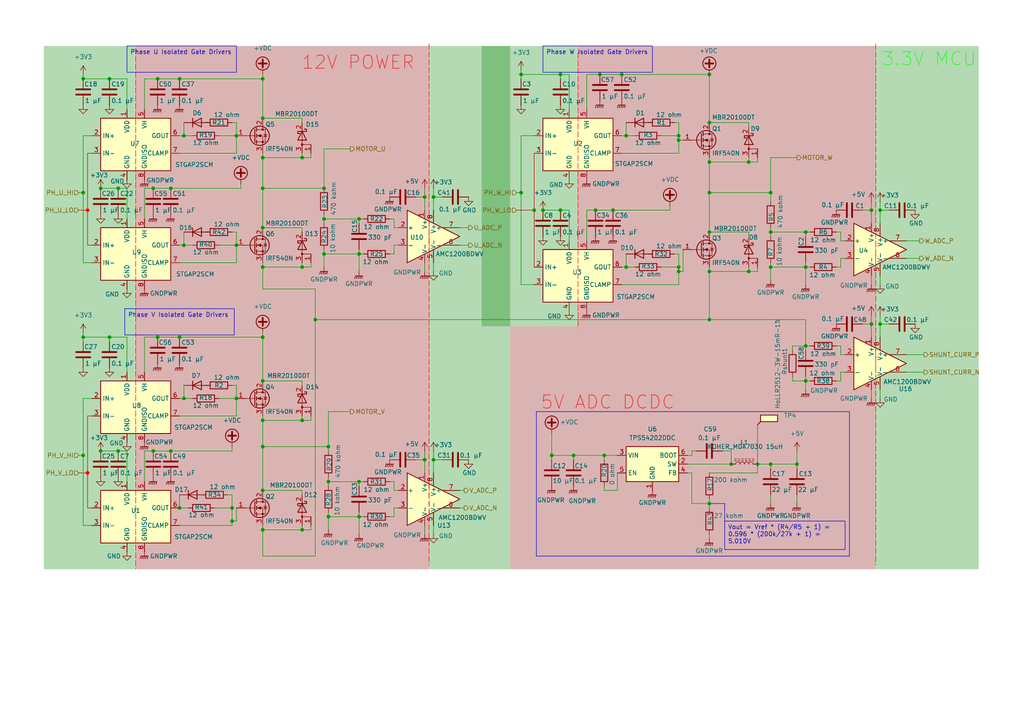
<source format=kicad_sch>
(kicad_sch (version 20250114) (generator "eeschema") (generator_version "9.0")
  (paper "A4")
  (rectangle (start 124.46 13.335) (end 147.955 165.1) (stroke (width -0.0001)) (fill (type color) (color 0 132 0 0.3)))
  (rectangle (start 139.7 13.335) (end 167.64 94.615) (stroke (width -0.0001)) (fill (type color) (color 0 132 0 0.3)))
  (rectangle (start 167.64 13.335) (end 254 94.615) (stroke (width -0.0001)) (fill (type color) (color 132 0 0 0.3)))
  (rectangle (start 147.955 94.615) (end 254 165.1) (stroke (width -0.0001)) (fill (type color) (color 132 0 0 0.3)))
  (rectangle (start 155.575 119.38) (end 246.38 161.29))
  (rectangle (start 39.37 13.335) (end 124.46 165.1) (stroke (width -0.0001)) (fill (type color) (color 132 0 0 0.3)))
  (rectangle (start 254 94.615) (end 283.845 165.1) (stroke (width -0.0001)) (fill (type color) (color 0 132 0 0.3)))
  (rectangle (start 12.7 13.335) (end 39.37 165.1) (stroke (width -0.0001)) (fill (type color) (color 0 132 0 0.3)))
  (rectangle (start 254 13.335) (end 283.845 94.615) (stroke (width -0.0001)) (fill (type color) (color 0 132 0 0.3)))
  (text "12V POWER" (at 103.886 18.288 0) (effects (font (size 3.81 3.81))))
  (text "3.3V MCU" (at 269.494 17.272 0) (effects (font (size 3.81 3.81))))
  (text "5V ADC DCDC" (at 176.276 116.84 0) (effects (font (size 3.81 3.81))))
  (text_box "Phase W Isolated Gate Drivers" (at 157.48 13.335 0) (size 31.75 7.62) (margins 0.9525 0.9525 0.9525 0.9525) (effects (font (size 1.27 1.27)) (justify left top)))
  (text_box "Phase V Isolated Gate Drivers" (at 36.195 89.535 0) (size 31.75 7.62) (margins 0.9525 0.9525 0.9525 0.9525) (effects (font (size 1.27 1.27)) (justify left top)))
  (text_box "Phase U Isolated Gate Drivers" (at 36.83 13.335 0) (size 31.75 7.62) (margins 0.9525 0.9525 0.9525 0.9525) (effects (font (size 1.27 1.27)) (justify left top)))
  (text_box "Vout = Vref * (R4/R5 + 1) = 0.596 * (200k/27k + 1) = 5.010V" (at 210.185 151.13 0) (size 34.925 8.255) (margins 0.9525 0.9525 0.9525 0.9525) (effects (font (size 1.27 1.27)) (justify left top)))
  (junction (at 76.2 142.24))
  (junction (at 44.45 130.81))
  (junction (at 205.74 92.71))
  (junction (at 123.19 133.35))
  (junction (at 76.2 22.86))
  (junction (at 104.14 139.7))
  (junction (at 76.2 54.61))
  (junction (at 151.13 55.88))
  (junction (at 173.99 21.59))
  (junction (at 252.73 60.96))
  (junction (at 76.2 153.67))
  (junction (at 233.68 100.33))
  (junction (at 233.68 110.49))
  (junction (at 219.71 134.62))
  (junction (at 175.26 132.08))
  (junction (at 31.75 97.79))
  (junction (at 24.13 132.08))
  (junction (at 53.34 115.57))
  (junction (at 217.17 46.99))
  (junction (at 76.2 45.72))
  (junction (at 93.98 54.61))
  (junction (at 87.63 121.92))
  (junction (at 67.31 147.32))
  (junction (at 205.74 21.59))
  (junction (at 223.52 55.88))
  (junction (at 25.4 137.16) (color 255 0 0 1))
  (junction (at 95.25 149.86))
  (junction (at 29.21 54.61))
  (junction (at 255.27 93.98))
  (junction (at 76.2 97.79))
  (junction (at 53.34 39.37))
  (junction (at 205.74 55.88))
  (junction (at 180.34 21.59))
  (junction (at 162.56 21.59))
  (junction (at 76.2 34.29))
  (junction (at 205.74 46.99))
  (junction (at 52.07 97.79))
  (junction (at 154.94 60.96))
  (junction (at 205.74 67.31))
  (junction (at 76.2 129.54))
  (junction (at 76.2 77.47))
  (junction (at 44.45 54.61))
  (junction (at 31.75 22.86))
  (junction (at 87.63 153.67))
  (junction (at 53.34 71.12))
  (junction (at 68.58 71.12))
  (junction (at 205.74 146.05))
  (junction (at 29.21 130.81))
  (junction (at 95.25 129.54))
  (junction (at 45.72 97.79))
  (junction (at 217.17 78.74))
  (junction (at 104.14 149.86))
  (junction (at 87.63 77.47))
  (junction (at 104.14 73.66))
  (junction (at 24.13 22.86))
  (junction (at 25.4 60.96) (color 255 0 0 1))
  (junction (at 76.2 110.49))
  (junction (at 93.98 73.66))
  (junction (at 196.85 40.64))
  (junction (at 24.13 55.88))
  (junction (at 212.09 134.62))
  (junction (at 24.13 97.79))
  (junction (at 223.52 77.47))
  (junction (at 255.27 60.96))
  (junction (at 223.52 67.31))
  (junction (at 68.58 115.57))
  (junction (at 95.25 139.7))
  (junction (at 233.68 67.31))
  (junction (at 49.53 130.81))
  (junction (at 177.8 60.96))
  (junction (at 104.14 63.5))
  (junction (at 49.53 54.61))
  (junction (at 160.02 132.08))
  (junction (at 87.63 45.72))
  (junction (at 181.61 39.37))
  (junction (at 91.44 92.71))
  (junction (at 157.48 60.96))
  (junction (at 233.68 77.47))
  (junction (at 151.13 21.59))
  (junction (at 162.56 60.96))
  (junction (at 166.37 132.08))
  (junction (at 172.72 60.96))
  (junction (at 196.85 39.37))
  (junction (at 68.58 39.37))
  (junction (at 231.14 134.62))
  (junction (at 52.07 22.86))
  (junction (at 205.74 35.56))
  (junction (at 125.73 133.35))
  (junction (at 196.85 78.74))
  (junction (at 67.31 151.13))
  (junction (at 123.19 57.15))
  (junction (at 76.2 121.92))
  (junction (at 252.73 93.98))
  (junction (at 34.29 54.61))
  (junction (at 181.61 77.47))
  (junction (at 52.07 147.32))
  (junction (at 45.72 22.86))
  (junction (at 76.2 66.04))
  (junction (at 34.29 130.81))
  (junction (at 205.74 78.74))
  (junction (at 125.73 57.15))
  (junction (at 93.98 63.5))
  (junction (at 223.52 134.62))
  (junction (at 196.85 77.47))
  (wire (pts (xy 69.85 54.61) (xy 49.53 54.61)))
  (wire (pts (xy 196.85 35.56) (xy 196.85 39.37)))
  (wire (pts (xy 114.3 149.86) (xy 114.3 147.32)))
  (wire (pts (xy 154.94 60.96) (xy 154.94 77.47)) (stroke (width 0) (color 194 0 0 1)))
  (wire (pts (xy 233.68 92.71) (xy 233.68 100.33)))
  (wire (pts (xy 76.2 153.67) (xy 87.63 153.67)))
  (wire (pts (xy 34.29 54.61) (xy 36.83 54.61)))
  (wire (pts (xy 87.63 67.31) (xy 87.63 66.04)))
  (wire (pts (xy 104.14 63.5) (xy 105.41 63.5)))
  (polyline (pts (xy 210.185 151.13) (xy 210.185 146.05)))
  (wire (pts (xy 24.13 132.08) (xy 24.13 115.57)))
  (wire (pts (xy 76.2 77.47) (xy 87.63 77.47)))
  (wire (pts (xy 229.87 100.33) (xy 233.68 100.33)))
  (wire (pts (xy 113.03 139.7) (xy 114.3 139.7)))
  (wire (pts (xy 196.85 78.74) (xy 198.12 78.74)))
  (wire (pts (xy 255.27 80.01) (xy 255.27 82.55)))
  (wire (pts (xy 104.14 73.66) (xy 105.41 73.66)))
  (wire (pts (xy 114.3 71.12) (xy 115.57 71.12)))
  (wire (pts (xy 24.13 132.08) (xy 24.13 152.4)))
  (wire (pts (xy 52.07 143.51) (xy 52.07 147.32)))
  (wire (pts (xy 262.89 74.93) (xy 266.7 74.93)))
  (wire (pts (xy 24.13 55.88) (xy 24.13 76.2)))
  (wire (pts (xy 252.73 80.01) (xy 252.73 82.55)))
  (wire (pts (xy 219.71 77.47) (xy 219.71 78.74)))
  (wire (pts (xy 198.12 40.64) (xy 196.85 40.64)))
  (wire (pts (xy 229.87 109.22) (xy 229.87 110.49)))
  (wire (pts (xy 25.4 60.96) (xy 25.4 44.45)) (stroke (width 0) (color 194 0 0 1)))
  (wire (pts (xy 166.37 132.08) (xy 175.26 132.08)))
  (wire (pts (xy 113.03 73.66) (xy 114.3 73.66)))
  (wire (pts (xy 243.84 107.95) (xy 245.11 107.95)))
  (wire (pts (xy 90.17 45.72) (xy 87.63 45.72)))
  (wire (pts (xy 114.3 73.66) (xy 114.3 71.12)))
  (wire (pts (xy 67.31 151.13) (xy 68.58 151.13)))
  (wire (pts (xy 90.17 152.4) (xy 90.17 153.67)))
  (wire (pts (xy 125.73 133.35) (xy 125.73 137.16)))
  (wire (pts (xy 68.58 35.56) (xy 68.58 39.37)))
  (wire (pts (xy 52.07 76.2) (xy 68.58 76.2)))
  (wire (pts (xy 243.84 74.93) (xy 245.11 74.93)))
  (wire (pts (xy 76.2 21.59) (xy 76.2 22.86)))
  (wire (pts (xy 59.69 111.76) (xy 60.96 111.76)))
  (wire (pts (xy 200.66 137.16) (xy 200.66 146.05)))
  (wire (pts (xy 36.83 22.86) (xy 36.83 31.75)))
  (wire (pts (xy 59.69 67.31) (xy 60.96 67.31)))
  (wire (pts (xy 123.19 130.81) (xy 123.19 133.35)))
  (wire (pts (xy 113.03 149.86) (xy 114.3 149.86)))
  (wire (pts (xy 93.98 62.23) (xy 93.98 63.5)))
  (wire (pts (xy 250.19 93.98) (xy 252.73 93.98)))
  (wire (pts (xy 124.46 12.7) (xy 124.46 163.83)) (stroke (width 0) (type dash) (color 255 0 0 1)))
  (wire (pts (xy 200.66 146.05) (xy 205.74 146.05)))
  (wire (pts (xy 25.4 137.16) (xy 25.4 120.65)) (stroke (width 0) (color 194 0 0 1)))
  (wire (pts (xy 22.86 132.08) (xy 24.13 132.08)))
  (wire (pts (xy 254 12.7) (xy 254 163.83)) (stroke (width 0) (type dash) (color 255 0 0 1)))
  (wire (pts (xy 68.58 120.65) (xy 68.58 115.57)))
  (wire (pts (xy 76.2 77.47) (xy 76.2 83.82)))
  (wire (pts (xy 255.27 60.96) (xy 255.27 64.77)))
  (wire (pts (xy 76.2 44.45) (xy 76.2 45.72)))
  (wire (pts (xy 52.07 97.79) (xy 76.2 97.79)))
  (wire (pts (xy 233.68 76.2) (xy 233.68 77.47)))
  (wire (pts (xy 242.57 67.31) (xy 243.84 67.31)))
  (wire (pts (xy 170.18 60.96) (xy 170.18 69.85)))
  (wire (pts (xy 87.63 143.51) (xy 87.63 142.24)))
  (wire (pts (xy 52.07 22.86) (xy 76.2 22.86)))
  (wire (pts (xy 76.2 161.29) (xy 91.44 161.29)))
  (wire (pts (xy 24.13 96.52) (xy 24.13 97.79)))
  (wire (pts (xy 87.63 142.24) (xy 76.2 142.24)))
  (wire (pts (xy 243.84 67.31) (xy 243.84 69.85)))
  (wire (pts (xy 25.4 137.16) (xy 25.4 147.32)) (stroke (width 0) (color 194 0 0 1)))
  (wire (pts (xy 24.13 152.4) (xy 26.67 152.4)))
  (wire (pts (xy 31.75 97.79) (xy 24.13 97.79)))
  (wire (pts (xy 22.86 137.16) (xy 25.4 137.16)) (stroke (width 0) (color 194 0 0 1)))
  (wire (pts (xy 255.27 91.44) (xy 255.27 93.98)))
  (wire (pts (xy 157.48 60.96) (xy 162.56 60.96)))
  (wire (pts (xy 233.68 67.31) (xy 233.68 68.58)))
  (wire (pts (xy 175.26 132.08) (xy 179.07 132.08)))
  (wire (pts (xy 76.2 54.61) (xy 93.98 54.61)))
  (wire (pts (xy 233.68 77.47) (xy 234.95 77.47)))
  (wire (pts (xy 175.26 142.24) (xy 179.07 142.24)))
  (wire (pts (xy 165.1 60.96) (xy 165.1 69.85)))
  (wire (pts (xy 53.34 111.76) (xy 53.34 115.57)))
  (wire (pts (xy 133.35 66.04) (xy 135.89 66.04)))
  (wire (pts (xy 123.19 152.4) (xy 123.19 154.94)))
  (wire (pts (xy 114.3 63.5) (xy 114.3 66.04)))
  (wire (pts (xy 205.74 45.72) (xy 205.74 46.99)))
  (wire (pts (xy 217.17 46.99) (xy 217.17 45.72)))
  (wire (pts (xy 196.85 39.37) (xy 196.85 40.64)))
  (wire (pts (xy 67.31 143.51) (xy 67.31 147.32)))
  (wire (pts (xy 151.13 39.37) (xy 154.94 39.37)))
  (wire (pts (xy 198.12 78.74) (xy 198.12 72.39)))
  (wire (pts (xy 68.58 111.76) (xy 67.31 111.76)))
  (wire (pts (xy 166.37 133.35) (xy 166.37 132.08)))
  (wire (pts (xy 219.71 45.72) (xy 219.71 46.99)))
  (wire (pts (xy 114.3 147.32) (xy 115.57 147.32)))
  (wire (pts (xy 36.83 130.81) (xy 36.83 139.7)))
  (wire (pts (xy 205.74 137.16) (xy 219.71 137.16)))
  (wire (pts (xy 76.2 96.52) (xy 76.2 97.79)))
  (wire (pts (xy 52.07 115.57) (xy 53.34 115.57)))
  (wire (pts (xy 87.63 153.67) (xy 90.17 153.67)))
  (wire (pts (xy 90.17 77.47) (xy 87.63 77.47)))
  (wire (pts (xy 76.2 54.61) (xy 76.2 66.04)))
  (wire (pts (xy 63.5 71.12) (xy 68.58 71.12)))
  (wire (pts (xy 151.13 39.37) (xy 151.13 55.88)))
  (wire (pts (xy 212.09 134.62) (xy 212.09 130.81)))
  (wire (pts (xy 223.52 67.31) (xy 223.52 68.58)))
  (wire (pts (xy 200.66 137.16) (xy 199.39 137.16)))
  (wire (pts (xy 149.86 55.88) (xy 151.13 55.88)))
  (wire (pts (xy 52.07 152.4) (xy 67.31 152.4)))
  (wire (pts (xy 125.73 76.2) (xy 125.73 78.74)))
  (wire (pts (xy 69.85 53.34) (xy 69.85 54.61)))
  (wire (pts (xy 93.98 73.66) (xy 93.98 72.39)))
  (wire (pts (xy 181.61 39.37) (xy 184.15 39.37)))
  (wire (pts (xy 180.34 44.45) (xy 196.85 44.45)))
  (wire (pts (xy 194.31 60.96) (xy 177.8 60.96)))
  (wire (pts (xy 209.55 130.81) (xy 212.09 130.81)))
  (wire (pts (xy 217.17 36.83) (xy 217.17 35.56)))
  (wire (pts (xy 24.13 21.59) (xy 24.13 22.86)))
  (wire (pts (xy 41.91 22.86) (xy 41.91 31.75)))
  (wire (pts (xy 25.4 147.32) (xy 26.67 147.32)) (stroke (width 0) (color 194 0 0 1)))
  (wire (pts (xy 233.68 109.22) (xy 233.68 110.49)))
  (wire (pts (xy 231.14 134.62) (xy 223.52 134.62)))
  (wire (pts (xy 243.84 100.33) (xy 243.84 102.87)))
  (wire (pts (xy 90.17 121.92) (xy 87.63 121.92)))
  (wire (pts (xy 95.25 129.54) (xy 95.25 119.38)))
  (wire (pts (xy 262.89 102.87) (xy 267.97 102.87)))
  (wire (pts (xy 104.14 139.7) (xy 105.41 139.7)))
  (wire (pts (xy 53.34 67.31) (xy 53.34 71.12)))
  (wire (pts (xy 262.89 69.85) (xy 266.7 69.85)))
  (wire (pts (xy 205.74 92.71) (xy 233.68 92.71)))
  (wire (pts (xy 180.34 82.55) (xy 196.85 82.55)))
  (wire (pts (xy 205.74 78.74) (xy 217.17 78.74)))
  (wire (pts (xy 93.98 77.47) (xy 93.98 73.66)))
  (wire (pts (xy 255.27 93.98) (xy 255.27 97.79)))
  (wire (pts (xy 242.57 100.33) (xy 243.84 100.33)))
  (wire (pts (xy 172.72 60.96) (xy 177.8 60.96)))
  (wire (pts (xy 223.52 81.28) (xy 223.52 77.47)))
  (wire (pts (xy 181.61 35.56) (xy 181.61 39.37)))
  (wire (pts (xy 95.25 138.43) (xy 95.25 139.7)))
  (wire (pts (xy 41.91 54.61) (xy 44.45 54.61)))
  (wire (pts (xy 223.52 67.31) (xy 233.68 67.31)))
  (wire (pts (xy 217.17 68.58) (xy 217.17 67.31)))
  (wire (pts (xy 87.63 45.72) (xy 87.63 44.45)))
  (wire (pts (xy 180.34 77.47) (xy 181.61 77.47)))
  (wire (pts (xy 243.84 102.87) (xy 245.11 102.87)))
  (wire (pts (xy 219.71 137.16) (xy 219.71 134.62)))
  (wire (pts (xy 252.73 93.98) (xy 252.73 97.79)))
  (wire (pts (xy 223.52 77.47) (xy 233.68 77.47)))
  (wire (pts (xy 200.66 132.08) (xy 199.39 132.08)))
  (wire (pts (xy 120.65 133.35) (xy 123.19 133.35)))
  (wire (pts (xy 67.31 147.32) (xy 67.31 151.13)))
  (wire (pts (xy 162.56 21.59) (xy 151.13 21.59)))
  (wire (pts (xy 52.07 39.37) (xy 53.34 39.37)))
  (wire (pts (xy 223.52 45.72) (xy 223.52 55.88)))
  (wire (pts (xy 67.31 143.51) (xy 66.04 143.51)))
  (wire (pts (xy 76.2 153.67) (xy 76.2 161.29)))
  (wire (pts (xy 205.74 154.94) (xy 205.74 156.21)))
  (wire (pts (xy 250.19 60.96) (xy 252.73 60.96)))
  (wire (pts (xy 104.14 73.66) (xy 104.14 78.74)))
  (wire (pts (xy 173.99 21.59) (xy 180.34 21.59)))
  (wire (pts (xy 41.91 107.95) (xy 41.91 97.79)))
  (wire (pts (xy 62.23 147.32) (xy 67.31 147.32)))
  (wire (pts (xy 24.13 99.06) (xy 24.13 97.79)))
  (wire (pts (xy 205.74 77.47) (xy 205.74 78.74)))
  (wire (pts (xy 255.27 60.96) (xy 257.81 60.96)))
  (wire (pts (xy 104.14 139.7) (xy 104.14 140.97)))
  (wire (pts (xy 205.74 21.59) (xy 205.74 35.56)))
  (wire (pts (xy 24.13 55.88) (xy 24.13 39.37)))
  (wire (pts (xy 93.98 54.61) (xy 93.98 43.18)))
  (wire (pts (xy 242.57 77.47) (xy 243.84 77.47)))
  (wire (pts (xy 87.63 66.04) (xy 76.2 66.04)))
  (wire (pts (xy 151.13 82.55) (xy 154.94 82.55)))
  (wire (pts (xy 170.18 21.59) (xy 173.99 21.59)))
  (wire (pts (xy 31.75 22.86) (xy 24.13 22.86)))
  (wire (pts (xy 52.07 147.32) (xy 54.61 147.32)))
  (wire (pts (xy 233.68 67.31) (xy 234.95 67.31)))
  (wire (pts (xy 104.14 72.39) (xy 104.14 73.66)))
  (wire (pts (xy 39.37 13.97) (xy 39.37 165.1)) (stroke (width 0) (type dash) (color 255 0 0 1)))
  (wire (pts (xy 191.77 39.37) (xy 196.85 39.37)))
  (wire (pts (xy 36.83 97.79) (xy 31.75 97.79)))
  (wire (pts (xy 233.68 110.49) (xy 234.95 110.49)))
  (wire (pts (xy 231.14 130.81) (xy 231.14 134.62)))
  (wire (pts (xy 160.02 125.73) (xy 160.02 132.08)))
  (wire (pts (xy 217.17 67.31) (xy 205.74 67.31)))
  (wire (pts (xy 223.52 77.47) (xy 223.52 76.2)))
  (wire (pts (xy 91.44 92.71) (xy 91.44 161.29)))
  (wire (pts (xy 87.63 34.29) (xy 76.2 34.29)))
  (wire (pts (xy 175.26 132.08) (xy 175.26 133.35)))
  (wire (pts (xy 67.31 152.4) (xy 67.31 151.13)))
  (wire (pts (xy 41.91 22.86) (xy 45.72 22.86)))
  (wire (pts (xy 196.85 73.66) (xy 196.85 77.47)))
  (wire (pts (xy 63.5 115.57) (xy 68.58 115.57)))
  (wire (pts (xy 223.52 55.88) (xy 205.74 55.88)))
  (wire (pts (xy 233.68 100.33) (xy 234.95 100.33)))
  (wire (pts (xy 67.31 130.81) (xy 49.53 130.81)))
  (wire (pts (xy 191.77 77.47) (xy 196.85 77.47)))
  (wire (pts (xy 25.4 60.96) (xy 25.4 71.12)) (stroke (width 0) (color 194 0 0 1)))
  (wire (pts (xy 58.42 143.51) (xy 59.69 143.51)))
  (wire (pts (xy 205.74 46.99) (xy 205.74 55.88)))
  (wire (pts (xy 29.21 130.81) (xy 34.29 130.81)))
  (wire (pts (xy 53.34 71.12) (xy 55.88 71.12)))
  (wire (pts (xy 162.56 60.96) (xy 165.1 60.96)))
  (wire (pts (xy 262.89 107.95) (xy 267.97 107.95)))
  (wire (pts (xy 25.4 120.65) (xy 26.67 120.65)) (stroke (width 0) (color 194 0 0 1)))
  (wire (pts (xy 76.2 45.72) (xy 76.2 54.61)))
  (wire (pts (xy 194.31 60.96) (xy 194.31 59.69)))
  (wire (pts (xy 113.03 63.5) (xy 114.3 63.5)))
  (wire (pts (xy 95.25 149.86) (xy 104.14 149.86)))
  (wire (pts (xy 68.58 151.13) (xy 68.58 147.32)))
  (wire (pts (xy 95.25 129.54) (xy 76.2 129.54)))
  (wire (pts (xy 87.63 110.49) (xy 76.2 110.49)))
  (wire (pts (xy 175.26 140.97) (xy 175.26 142.24)))
  (wire (pts (xy 123.19 76.2) (xy 123.19 78.74)))
  (wire (pts (xy 231.14 134.62) (xy 231.14 135.89)))
  (wire (pts (xy 45.72 22.86) (xy 52.07 22.86)))
  (wire (pts (xy 125.73 57.15) (xy 125.73 60.96)))
  (wire (pts (xy 120.65 57.15) (xy 123.19 57.15)))
  (wire (pts (xy 123.19 133.35) (xy 123.19 137.16)))
  (wire (pts (xy 123.19 57.15) (xy 123.19 60.96)))
  (wire (pts (xy 114.3 139.7) (xy 114.3 142.24)))
  (wire (pts (xy 223.52 55.88) (xy 223.52 58.42)))
  (wire (pts (xy 31.75 22.86) (xy 36.83 22.86)))
  (wire (pts (xy 255.27 93.98) (xy 257.81 93.98)))
  (wire (pts (xy 217.17 78.74) (xy 217.17 77.47)))
  (wire (pts (xy 242.57 110.49) (xy 243.84 110.49)))
  (wire (pts (xy 255.27 113.03) (xy 255.27 115.57)))
  (wire (pts (xy 196.85 40.64) (xy 196.85 44.45)))
  (wire (pts (xy 95.25 139.7) (xy 95.25 140.97)))
  (wire (pts (xy 68.58 67.31) (xy 67.31 67.31)))
  (wire (pts (xy 160.02 133.35) (xy 160.02 132.08)))
  (wire (pts (xy 25.4 44.45) (xy 26.67 44.45)) (stroke (width 0) (color 194 0 0 1)))
  (wire (pts (xy 93.98 43.18) (xy 101.6 43.18)))
  (wire (pts (xy 76.2 22.86) (xy 76.2 34.29)))
  (wire (pts (xy 133.35 71.12) (xy 135.89 71.12)))
  (wire (pts (xy 76.2 45.72) (xy 87.63 45.72)))
  (wire (pts (xy 125.73 152.4) (xy 125.73 154.94)))
  (wire (pts (xy 154.94 44.45) (xy 154.94 60.96)) (stroke (width 0) (color 194 0 0 1)))
  (wire (pts (xy 44.45 130.81) (xy 49.53 130.81)))
  (wire (pts (xy 53.34 115.57) (xy 55.88 115.57)))
  (wire (pts (xy 41.91 97.79) (xy 45.72 97.79)))
  (wire (pts (xy 231.14 143.51) (xy 231.14 146.05)))
  (wire (pts (xy 53.34 39.37) (xy 55.88 39.37)))
  (wire (pts (xy 151.13 20.32) (xy 151.13 21.59)))
  (wire (pts (xy 34.29 130.81) (xy 36.83 130.81)))
  (wire (pts (xy 36.83 54.61) (xy 36.83 63.5)))
  (wire (pts (xy 229.87 110.49) (xy 233.68 110.49)))
  (wire (pts (xy 223.52 143.51) (xy 223.52 146.05)))
  (wire (pts (xy 200.66 130.81) (xy 200.66 132.08)))
  (wire (pts (xy 123.19 54.61) (xy 123.19 57.15)))
  (wire (pts (xy 52.07 120.65) (xy 68.58 120.65)))
  (wire (pts (xy 95.25 130.81) (xy 95.25 129.54)))
  (wire (pts (xy 104.14 149.86) (xy 105.41 149.86)))
  (wire (pts (xy 205.74 46.99) (xy 217.17 46.99)))
  (wire (pts (xy 149.86 60.96) (xy 154.94 60.96)) (stroke (width 0) (color 194 0 0 1)))
  (wire (pts (xy 22.86 55.88) (xy 24.13 55.88)))
  (wire (pts (xy 151.13 21.59) (xy 151.13 22.86)))
  (wire (pts (xy 24.13 39.37) (xy 26.67 39.37)))
  (wire (pts (xy 219.71 123.19) (xy 219.71 134.62)))
  (wire (pts (xy 41.91 54.61) (xy 41.91 63.5)))
  (wire (pts (xy 68.58 67.31) (xy 68.58 71.12)))
  (wire (pts (xy 68.58 44.45) (xy 68.58 39.37)))
  (wire (pts (xy 181.61 73.66) (xy 181.61 77.47)))
  (wire (pts (xy 125.73 133.35) (xy 128.27 133.35)))
  (wire (pts (xy 233.68 110.49) (xy 233.68 113.03)))
  (wire (pts (xy 187.96 35.56) (xy 189.23 35.56)))
  (wire (pts (xy 87.63 111.76) (xy 87.63 110.49)))
  (wire (pts (xy 76.2 121.92) (xy 87.63 121.92)))
  (wire (pts (xy 25.4 71.12) (xy 26.67 71.12)) (stroke (width 0) (color 194 0 0 1)))
  (wire (pts (xy 243.84 77.47) (xy 243.84 74.93)))
  (wire (pts (xy 170.18 21.59) (xy 170.18 31.75)))
  (wire (pts (xy 91.44 83.82) (xy 91.44 92.71)))
  (wire (pts (xy 114.3 142.24) (xy 115.57 142.24)))
  (wire (pts (xy 68.58 76.2) (xy 68.58 71.12)))
  (wire (pts (xy 196.85 77.47) (xy 196.85 78.74)))
  (wire (pts (xy 205.74 55.88) (xy 205.74 67.31)))
  (wire (pts (xy 114.3 66.04) (xy 115.57 66.04)))
  (wire (pts (xy 233.68 100.33) (xy 233.68 101.6)))
  (wire (pts (xy 179.07 142.24) (xy 179.07 137.16)))
  (wire (pts (xy 196.85 73.66) (xy 195.58 73.66)))
  (wire (pts (xy 133.35 147.32) (xy 134.62 147.32)))
  (wire (pts (xy 90.17 120.65) (xy 90.17 121.92)))
  (wire (pts (xy 252.73 58.42) (xy 252.73 60.96)))
  (wire (pts (xy 76.2 120.65) (xy 76.2 121.92)))
  (wire (pts (xy 205.74 147.32) (xy 205.74 146.05)))
  (wire (pts (xy 187.96 73.66) (xy 189.23 73.66)))
  (wire (pts (xy 180.34 21.59) (xy 205.74 21.59)))
  (wire (pts (xy 255.27 58.42) (xy 255.27 60.96)))
  (wire (pts (xy 76.2 152.4) (xy 76.2 153.67)))
  (wire (pts (xy 53.34 35.56) (xy 53.34 39.37)))
  (wire (pts (xy 243.84 69.85) (xy 245.11 69.85)))
  (wire (pts (xy 41.91 130.81) (xy 44.45 130.81)))
  (wire (pts (xy 68.58 111.76) (xy 68.58 115.57)))
  (wire (pts (xy 233.68 77.47) (xy 233.68 82.55)))
  (wire (pts (xy 67.31 129.54) (xy 67.31 130.81)))
  (wire (pts (xy 90.17 76.2) (xy 90.17 77.47)))
  (wire (pts (xy 59.69 35.56) (xy 60.96 35.56)))
  (wire (pts (xy 95.25 148.59) (xy 95.25 149.86)))
  (wire (pts (xy 76.2 76.2) (xy 76.2 77.47)))
  (wire (pts (xy 52.07 71.12) (xy 53.34 71.12)))
  (wire (pts (xy 133.35 142.24) (xy 134.62 142.24)))
  (wire (pts (xy 44.45 54.61) (xy 49.53 54.61)))
  (wire (pts (xy 95.25 149.86) (xy 95.25 153.67)))
  (wire (pts (xy 76.2 83.82) (xy 91.44 83.82)))
  (wire (pts (xy 87.63 77.47) (xy 87.63 76.2)))
  (wire (pts (xy 125.73 130.81) (xy 125.73 133.35)))
  (wire (pts (xy 125.73 54.61) (xy 125.73 57.15)))
  (wire (pts (xy 167.64 15.24) (xy 167.64 95.25)) (stroke (width 0) (type dash) (color 255 0 0 1)))
  (wire (pts (xy 180.34 39.37) (xy 181.61 39.37)))
  (wire (pts (xy 93.98 63.5) (xy 93.98 64.77)))
  (wire (pts (xy 91.44 92.71) (xy 205.74 92.71)))
  (wire (pts (xy 36.83 107.95) (xy 36.83 97.79)))
  (wire (pts (xy 41.91 130.81) (xy 41.91 139.7)))
  (wire (pts (xy 223.52 45.72) (xy 231.14 45.72)))
  (wire (pts (xy 87.63 35.56) (xy 87.63 34.29)))
  (wire (pts (xy 219.71 78.74) (xy 217.17 78.74)))
  (wire (pts (xy 29.21 54.61) (xy 34.29 54.61)))
  (wire (pts (xy 170.18 60.96) (xy 172.72 60.96)))
  (wire (pts (xy 104.14 148.59) (xy 104.14 149.86)))
  (wire (pts (xy 162.56 22.86) (xy 162.56 21.59)))
  (wire (pts (xy 223.52 66.04) (xy 223.52 67.31)))
  (wire (pts (xy 76.2 121.92) (xy 76.2 129.54)))
  (polyline (pts (xy 205.74 146.05) (xy 210.185 146.05)))
  (wire (pts (xy 252.73 91.44) (xy 252.73 93.98)))
  (wire (pts (xy 165.1 31.75) (xy 165.1 21.59)))
  (wire (pts (xy 24.13 76.2) (xy 26.67 76.2)))
  (wire (pts (xy 151.13 55.88) (xy 151.13 82.55)))
  (wire (pts (xy 205.74 78.74) (xy 205.74 92.71)))
  (wire (pts (xy 87.63 153.67) (xy 87.63 152.4)))
  (wire (pts (xy 22.86 60.96) (xy 25.4 60.96)) (stroke (width 0) (color 194 0 0 1)))
  (wire (pts (xy 200.66 130.81) (xy 201.93 130.81)))
  (wire (pts (xy 252.73 60.96) (xy 252.73 64.77)))
  (wire (pts (xy 219.71 46.99) (xy 217.17 46.99)))
  (wire (pts (xy 217.17 35.56) (xy 205.74 35.56)))
  (wire (pts (xy 196.85 35.56) (xy 195.58 35.56)))
  (wire (pts (xy 223.52 134.62) (xy 223.52 135.89)))
  (wire (pts (xy 95.25 139.7) (xy 104.14 139.7)))
  (wire (pts (xy 93.98 63.5) (xy 104.14 63.5)))
  (wire (pts (xy 165.1 21.59) (xy 162.56 21.59)))
  (wire (pts (xy 45.72 97.79) (xy 52.07 97.79)))
  (wire (pts (xy 125.73 57.15) (xy 128.27 57.15)))
  (wire (pts (xy 252.73 113.03) (xy 252.73 115.57)))
  (wire (pts (xy 52.07 44.45) (xy 68.58 44.45)))
  (wire (pts (xy 104.14 149.86) (xy 104.14 154.94)))
  (wire (pts (xy 104.14 63.5) (xy 104.14 64.77)))
  (wire (pts (xy 93.98 73.66) (xy 104.14 73.66)))
  (wire (pts (xy 181.61 77.47) (xy 184.15 77.47)))
  (wire (pts (xy 87.63 121.92) (xy 87.63 120.65)))
  (wire (pts (xy 90.17 44.45) (xy 90.17 45.72)))
  (wire (pts (xy 95.25 119.38) (xy 101.6 119.38)))
  (wire (pts (xy 68.58 35.56) (xy 67.31 35.56)))
  (wire (pts (xy 31.75 99.06) (xy 31.75 97.79)))
  (wire (pts (xy 205.74 144.78) (xy 205.74 146.05)))
  (wire (pts (xy 24.13 115.57) (xy 26.67 115.57)))
  (wire (pts (xy 76.2 97.79) (xy 76.2 110.49)))
  (wire (pts (xy 229.87 100.33) (xy 229.87 101.6)))
  (wire (pts (xy 160.02 132.08) (xy 166.37 132.08)))
  (wire (pts (xy 243.84 110.49) (xy 243.84 107.95)))
  (wire (pts (xy 196.85 82.55) (xy 196.85 78.74)))
  (wire (pts (xy 63.5 39.37) (xy 68.58 39.37)))
  (wire (pts (xy 219.71 134.62) (xy 223.52 134.62)))
  (wire (pts (xy 76.2 129.54) (xy 76.2 142.24)))
  (wire (pts (xy 199.39 134.62) (xy 212.09 134.62)))
  (hierarchical_label "PH_U_HI" (shape input) (at 22.86 55.88 180))
  (hierarchical_label "MOTOR_V" (shape output) (at 101.6 119.38 0))
  (hierarchical_label "PH_V_HI" (shape input) (at 22.86 132.08 180))
  (hierarchical_label "V_ADC_P" (shape output) (at 134.62 142.24 0))
  (hierarchical_label "U_ADC_N" (shape output) (at 135.89 71.12 0))
  (hierarchical_label "PH_V_LO" (shape input) (at 22.86 137.16 180))
  (hierarchical_label "SHUNT_CURR_N" (shape output) (at 267.97 107.95 0))
  (hierarchical_label "MOTOR_W" (shape output) (at 231.14 45.72 0))
  (hierarchical_label "V_ADC_N" (shape output) (at 134.62 147.32 0))
  (hierarchical_label "PH_W_LO" (shape input) (at 149.86 60.96 180))
  (hierarchical_label "MOTOR_U" (shape output) (at 101.6 43.18 0))
  (hierarchical_label "U_ADC_P" (shape output) (at 135.89 66.04 0))
  (hierarchical_label "W_ADC_P" (shape output) (at 266.7 69.85 0))
  (hierarchical_label "PH_U_LO" (shape input) (at 22.86 60.96 180))
  (hierarchical_label "SHUNT_CURR_P" (shape output) (at 267.97 102.87 0))
  (hierarchical_label "PH_W_HI" (shape input) (at 149.86 55.88 180))
  (hierarchical_label "W_ADC_N" (shape output) (at 266.7 74.93 0))
  (symbol (lib_id "Driver_FET:STGAP2SCM") (at 39.37 73.66 0) (unit 1)
    (property "Reference" "U9" (at 39.624 73.152 0))
    (property "Value" "STGAP2SCM" (at 56.642 79.502 0))
    (property "Footprint" "Package_SO:SOIC-8_3.9x4.9mm_P1.27mm" (effects (hide yes)))
    (property "Datasheet" "https://www.st.com/resource/en/datasheet/stgap2s.pdf" (effects (hide yes)))
    (property "Description" "Galvanically isolated 4 A single gate driver, Single Output, Miller Clamp, SOIC-8" (effects (hide yes)))
  )
  (symbol (lib_name "RC0603FR-0712RL_1") (lib_id "#inventree:RC0603FR-0712RL") (at 63.5 111.76 90) (unit 1)
    (property "Reference" "R2" (at 63.5 111.76 90))
    (property "Value" "12 ohm" (at 65.786 109.474 90))
    (property "Footprint" "Resistor_SMD:R_0603_1608Metric_Pad0.98x0.95mm_HandSolder" (effects (hide yes)))
    (property "Datasheet" "http://10.0.0.41/media/attachments/part/95/PYu-RC_Group_51_RoHS_L_12.pdf" (effects (hide yes)))
    (property "Description" "RES 12 OHM 1% 1/10W 0603" (effects (hide yes)))
    (property "InvenTree" "95" (effects (hide yes)))
    (property "Mounting Type" "0603" (effects (hide yes)))
    (property "Package Type" "0603 (1608 Metric)" (effects (hide yes)))
    (property "Part URL" "http://10.0.0.41:7333/part/95/" (effects (hide yes)))
    (property "Rated Power" "0.1W, 1/10W" (effects (hide yes)))
    (property "Tolerance" "1%" (effects (hide yes)))
  )
  (symbol (lib_id "#inventree:CL21C331JCANNNC") (at 104.14 68.58 0) (unit 1)
    (property "Reference" "C15" (at 102.87 67.564 90) (effects (justify left)))
    (property "Value" "330 pF" (at 106.68 68.834 0) (effects (justify left)))
    (property "Footprint" "Capacitor_SMD:C_0805_2012Metric_Pad1.18x1.45mm_HandSolder" (effects (hide yes)))
    (property "Datasheet" "http://10.0.0.41/media/attachments/part/94/2304140030_Samsung-Electro-Mechanics-CL21C331JCANNNC_C46242.pdf" (effects (hide yes)))
    (property "Description" "CAP CER 330PF 100V C0G/NP0 0805" (effects (hide yes)))
    (property "InvenTree" "94" (effects (hide yes)))
    (property "Mounting Type" "Surface Mount, MLCC" (effects (hide yes)))
    (property "Package Type" "0805 (2012 Metric)" (effects (hide yes)))
    (property "Part URL" "http://10.0.0.41:7333/part/94/" (effects (hide yes)))
    (property "Rated Voltage" "100V" (effects (hide yes)))
    (property "Temperature Coefficient" "C0G, NP0" (effects (hide yes)))
    (property "Tolerance" "5%" (effects (hide yes)))
  )
  (symbol (lib_id "power:+5V") (at 252.73 91.44 0) (unit 1)
    (property "Reference" "#PWR060" (effects (hide yes)))
    (property "Value" "+5V" (at 248.92 89.408 0))
    (property "Description" "Power symbol creates a global label with name \"+5V\"" (effects (hide yes)))
  )
  (symbol (lib_id "power:GNDPWR") (at 242.57 93.98 0) (unit 1)
    (property "Reference" "#PWR062" (effects (hide yes)))
    (property "Value" "GNDPWR" (at 242.062 97.536 0))
    (property "Description" "Power symbol creates a global label with name \"GNDPWR\" , global ground" (effects (hide yes)))
  )
  (symbol (lib_id "#inventree:CL21X226MOYNNWE") (at 223.52 139.7 0) (unit 1)
    (property "Reference" "C17" (at 223.774 137.414 0) (effects (justify left)))
    (property "Value" "22 µF" (at 223.774 141.986 0) (effects (justify left)))
    (property "Footprint" "Capacitor_SMD:C_0805_2012Metric_Pad1.18x1.45mm_HandSolder" (effects (hide yes)))
    (property "Datasheet" "http://10.0.0.41/media/attachments/part/24/2206222045_Samsung-Electro-Mechanics-CL21X226MOYNNWE_C3039691.pdf" (effects (hide yes)))
    (property "Description" "CAP CER 22UF 16V X6S 0805" (effects (hide yes)))
    (property "InvenTree" "24" (effects (hide yes)))
    (property "Mounting Type" "Surface Mount, MLCC" (effects (hide yes)))
    (property "Package Type" "0805 (2012 Metric)" (effects (hide yes)))
    (property "Part URL" "http://10.0.0.41:7333/part/24/" (effects (hide yes)))
    (property "Rated Voltage" "16V" (effects (hide yes)))
    (property "Temperature Coefficient" "X6S" (effects (hide yes)))
    (property "Tolerance" "20%" (effects (hide yes)))
  )
  (symbol (lib_id "power:GNDPWR") (at 52.07 105.41 0) (unit 1)
    (property "Reference" "#PWR0101" (effects (hide yes)))
    (property "Value" "GNDPWR" (effects (hide yes)))
    (property "Description" "Power symbol creates a global label with name \"GNDPWR\" , global ground" (effects (hide yes)))
  )
  (symbol (lib_id "power:GND") (at 29.21 138.43 0) (unit 1)
    (property "Reference" "#PWR0102" (effects (hide yes)))
    (property "Value" "GND" (effects (hide yes)))
    (property "Description" "Power symbol creates a global label with name \"GND\" , ground" (effects (hide yes)))
  )
  (symbol (lib_id "Transistor_FET:IRF540N") (at 73.66 115.57 0) (unit 1)
    (property "Reference" "Q4" (at 76.962 112.268 0) (effects (justify left)))
    (property "Value" "IRF540N" (at 76.962 119.38 0) (effects (justify left)))
    (property "Footprint" "Package_TO_SOT_THT:TO-220-3_Horizontal_TabDown" (effects (hide yes)))
    (property "Datasheet" "http://www.irf.com/product-info/datasheets/data/irf540n.pdf" (effects (hide yes)))
    (property "Description" "33A Id, 100V Vds, HEXFET N-Channel MOSFET, TO-220" (effects (hide yes)))
  )
  (symbol (lib_id "power:+3V3") (at 24.13 21.59 0) (unit 1)
    (property "Reference" "#PWR025" (effects (hide yes)))
    (property "Value" "+3V3" (at 24.13 16.51 0))
    (property "Description" "Power symbol creates a global label with name \"+3V3\"" (effects (hide yes)))
  )
  (symbol (lib_id "power:GNDPWR") (at 180.34 29.21 0) (unit 1)
    (property "Reference" "#PWR089" (effects (hide yes)))
    (property "Value" "GNDPWR" (effects (hide yes)))
    (property "Description" "Power symbol creates a global label with name \"GNDPWR\" , global ground" (effects (hide yes)))
  )
  (symbol (lib_id "#inventree:CL21B104KBCNNNC") (at 34.29 134.62 0) (unit 1)
    (property "Reference" "C7" (at 34.798 132.334 0) (effects (justify left)))
    (property "Value" "0.1 µF" (at 34.798 137.16 0) (effects (justify left)))
    (property "Footprint" "Capacitor_SMD:C_0805_2012Metric_Pad1.18x1.45mm_HandSolder" (effects (hide yes)))
    (property "Datasheet" "http://10.0.0.41/media/attachments/part/18/CL21B104KBCNNN_Spec.pdf" (effects (hide yes)))
    (property "Description" "CAP CER 0.1UF 50V X7R 0805" (effects (hide yes)))
    (property "InvenTree" "18" (effects (hide yes)))
    (property "Mounting Type" "Surface Mount, MLCC" (effects (hide yes)))
    (property "Package Type" "0805 (2012 Metric)" (effects (hide yes)))
    (property "Part URL" "http://10.0.0.41:7333/part/18/" (effects (hide yes)))
    (property "Rated Voltage" "50V" (effects (hide yes)))
    (property "Temperature Coefficient" "X7R" (effects (hide yes)))
    (property "Tolerance" "10%" (effects (hide yes)))
  )
  (symbol (lib_name "GND_3") (lib_id "power:GND") (at 125.73 78.74 0) (unit 1)
    (property "Reference" "#PWR076" (effects (hide yes)))
    (property "Value" "GND" (at 129.286 79.248 0))
    (property "Description" "Power symbol creates a global label with name \"GND\" , ground" (effects (hide yes)))
  )
  (symbol (lib_id "power:GNDPWR") (at 44.45 62.23 0) (unit 1)
    (property "Reference" "#PWR092" (effects (hide yes)))
    (property "Value" "GNDPWR" (effects (hide yes)))
    (property "Description" "Power symbol creates a global label with name \"GNDPWR\" , global ground" (effects (hide yes)))
  )
  (symbol (lib_name "CL21B104KBCNNNC_1") (lib_id "#inventree:CL21B104KBCNNNC") (at 166.37 137.16 0) (unit 1)
    (property "Reference" "C14" (at 166.624 135.128 0) (effects (justify left)))
    (property "Value" "0.1 µF" (at 166.624 139.446 0) (effects (justify left)))
    (property "Footprint" "Capacitor_SMD:C_0805_2012Metric_Pad1.18x1.45mm_HandSolder" (effects (hide yes)))
    (property "Datasheet" "http://10.0.0.41/media/attachments/part/18/CL21B104KBCNNN_Spec.pdf" (effects (hide yes)))
    (property "Description" "CAP CER 0.1UF 50V X7R 0805" (effects (hide yes)))
    (property "InvenTree" "18" (effects (hide yes)))
    (property "Mounting Type" "Surface Mount, MLCC" (effects (hide yes)))
    (property "Package Type" "0805 (2012 Metric)" (effects (hide yes)))
    (property "Part URL" "http://10.0.0.41:7333/part/18/" (effects (hide yes)))
    (property "Rated Voltage" "50V" (effects (hide yes)))
    (property "Temperature Coefficient" "X7R" (effects (hide yes)))
    (property "Tolerance" "10%" (effects (hide yes)))
  )
  (symbol (lib_id "power:GNDPWR") (at 41.91 52.07 0) (unit 1)
    (property "Reference" "#PWR040" (effects (hide yes)))
    (property "Value" "GNDPWR" (at 46.482 52.324 0))
    (property "Description" "Power symbol creates a global label with name \"GNDPWR\" , global ground" (effects (hide yes)))
  )
  (symbol (lib_id "power:GND") (at 24.13 106.68 0) (unit 1)
    (property "Reference" "#PWR035" (effects (hide yes)))
    (property "Value" "GND" (effects (hide yes)))
    (property "Description" "Power symbol creates a global label with name \"GND\" , ground" (effects (hide yes)))
  )
  (symbol (lib_name "GND_3") (lib_id "power:GND") (at 165.1 90.17 0) (unit 1)
    (property "Reference" "#PWR030" (effects (hide yes)))
    (property "Value" "GND" (at 160.782 91.694 0))
    (property "Description" "Power symbol creates a global label with name \"GND\" , ground" (effects (hide yes)))
  )
  (symbol (lib_id "power:GNDPWR") (at 170.18 52.07 0) (unit 1)
    (property "Reference" "#PWR045" (effects (hide yes)))
    (property "Value" "GNDPWR" (at 175.768 53.34 0))
    (property "Description" "Power symbol creates a global label with name \"GNDPWR\" , global ground" (effects (hide yes)))
  )
  (symbol (lib_id "power:+5V") (at 123.19 130.81 0) (unit 1)
    (property "Reference" "#PWR066" (effects (hide yes)))
    (property "Value" "+5V" (at 119.38 128.778 0))
    (property "Description" "Power symbol creates a global label with name \"+5V\"" (effects (hide yes)))
  )
  (symbol (lib_id "#inventree:RC0603FR-0712RL") (at 109.22 73.66 90) (unit 1)
    (property "Reference" "R25" (at 109.22 73.66 90))
    (property "Value" "12 ohm" (at 108.966 75.946 90))
    (property "Footprint" "Resistor_SMD:R_0603_1608Metric_Pad0.98x0.95mm_HandSolder" (effects (hide yes)))
    (property "Datasheet" "http://10.0.0.41/media/attachments/part/95/PYu-RC_Group_51_RoHS_L_12.pdf" (effects (hide yes)))
    (property "Description" "RES 12 OHM 1% 1/10W 0603" (effects (hide yes)))
    (property "InvenTree" "95" (effects (hide yes)))
    (property "Mounting Type" "0603" (effects (hide yes)))
    (property "Package Type" "0603 (1608 Metric)" (effects (hide yes)))
    (property "Part URL" "http://10.0.0.41:7333/part/95/" (effects (hide yes)))
    (property "Rated Power" "0.1W, 1/10W" (effects (hide yes)))
    (property "Tolerance" "1%" (effects (hide yes)))
  )
  (symbol (lib_id "#inventree:RC0603FR-0712RL") (at 109.22 149.86 90) (unit 1)
    (property "Reference" "R30" (at 109.22 149.86 90))
    (property "Value" "12 ohm" (at 108.966 152.146 90))
    (property "Footprint" "Resistor_SMD:R_0603_1608Metric_Pad0.98x0.95mm_HandSolder" (effects (hide yes)))
    (property "Datasheet" "http://10.0.0.41/media/attachments/part/95/PYu-RC_Group_51_RoHS_L_12.pdf" (effects (hide yes)))
    (property "Description" "RES 12 OHM 1% 1/10W 0603" (effects (hide yes)))
    (property "InvenTree" "95" (effects (hide yes)))
    (property "Mounting Type" "0603" (effects (hide yes)))
    (property "Package Type" "0603 (1608 Metric)" (effects (hide yes)))
    (property "Part URL" "http://10.0.0.41:7333/part/95/" (effects (hide yes)))
    (property "Rated Power" "0.1W, 1/10W" (effects (hide yes)))
    (property "Tolerance" "1%" (effects (hide yes)))
  )
  (symbol (lib_id "#inventree:CL21B105KAFNNNE") (at 44.45 134.62 0) (unit 1)
    (property "Reference" "C54" (at 44.704 132.334 0) (effects (justify left)))
    (property "Value" "1 µF" (at 44.958 137.16 0) (effects (justify left)))
    (property "Footprint" "Capacitor_SMD:C_0805_2012Metric_Pad1.18x1.45mm_HandSolder" (effects (hide yes)))
    (property "Datasheet" "http://10.0.0.41/media/attachments/part/21/CL21B105KAFNNNE_Spec.pdf" (effects (hide yes)))
    (property "Description" "CAP CER 1UF 25V X7R 0805" (effects (hide yes)))
    (property "InvenTree" "21" (effects (hide yes)))
    (property "Mounting Type" "Surface Mount, MLCC" (effects (hide yes)))
    (property "Package Type" "0805 (2012 Metric)" (effects (hide yes)))
    (property "Part URL" "http://10.0.0.41:7333/part/21/" (effects (hide yes)))
    (property "Rated Voltage" "25V" (effects (hide yes)))
    (property "Temperature Coefficient" "X7R" (effects (hide yes)))
    (property "Tolerance" "10%" (effects (hide yes)))
  )
  (symbol (lib_id "power:GNDPWR") (at 233.68 113.03 0) (unit 1)
    (property "Reference" "#PWR049" (effects (hide yes)))
    (property "Value" "GNDPWR" (at 239.014 113.284 0))
    (property "Description" "Power symbol creates a global label with name \"GNDPWR\" , global ground" (effects (hide yes)))
  )
  (symbol (lib_id "power:GNDPWR") (at 242.57 60.96 0) (unit 1)
    (property "Reference" "#PWR082" (effects (hide yes)))
    (property "Value" "GNDPWR" (at 242.062 64.516 0))
    (property "Description" "Power symbol creates a global label with name \"GNDPWR\" , global ground" (effects (hide yes)))
  )
  (symbol (lib_id "power:GND") (at 151.13 30.48 0) (unit 1)
    (property "Reference" "#PWR038" (effects (hide yes)))
    (property "Value" "GND" (effects (hide yes)))
    (property "Description" "Power symbol creates a global label with name \"GND\" , ground" (effects (hide yes)))
  )
  (symbol (lib_name "CL21B104KBCNNNC_3") (lib_id "#inventree:CL21B104KBCNNNC") (at 116.84 133.35 90) (unit 1)
    (property "Reference" "C35" (at 119.888 132.08 90))
    (property "Value" "0.1 µF" (at 112.014 131.826 90))
    (property "Footprint" "Capacitor_SMD:C_0805_2012Metric_Pad1.18x1.45mm_HandSolder" (effects (hide yes)))
    (property "Datasheet" "http://10.0.0.41/media/attachments/part/18/CL21B104KBCNNN_Spec.pdf" (effects (hide yes)))
    (property "Description" "CAP CER 0.1UF 50V X7R 0805" (effects (hide yes)))
    (property "InvenTree" "18" (effects (hide yes)))
    (property "Mounting Type" "Surface Mount, MLCC" (effects (hide yes)))
    (property "Package Type" "0805 (2012 Metric)" (effects (hide yes)))
    (property "Part URL" "http://10.0.0.41:7333/part/18/" (effects (hide yes)))
    (property "Rated Voltage" "50V" (effects (hide yes)))
    (property "Temperature Coefficient" "X7R" (effects (hide yes)))
    (property "Tolerance" "10%" (effects (hide yes)))
  )
  (symbol (lib_name "RC0603FR-0712RL_1") (lib_id "#inventree:RC0603FR-0712RL") (at 59.69 71.12 90) (unit 1)
    (property "Reference" "R40" (at 59.69 70.866 90))
    (property "Value" "12 ohm" (at 59.69 73.152 90))
    (property "Footprint" "Resistor_SMD:R_0603_1608Metric_Pad0.98x0.95mm_HandSolder" (effects (hide yes)))
    (property "Datasheet" "http://10.0.0.41/media/attachments/part/95/PYu-RC_Group_51_RoHS_L_12.pdf" (effects (hide yes)))
    (property "Description" "RES 12 OHM 1% 1/10W 0603" (effects (hide yes)))
    (property "InvenTree" "95" (effects (hide yes)))
    (property "Mounting Type" "0603" (effects (hide yes)))
    (property "Package Type" "0603 (1608 Metric)" (effects (hide yes)))
    (property "Part URL" "http://10.0.0.41:7333/part/95/" (effects (hide yes)))
    (property "Rated Power" "0.1W, 1/10W" (effects (hide yes)))
    (property "Tolerance" "1%" (effects (hide yes)))
  )
  (symbol (lib_id "Device:L_Ferrite") (at 215.9 134.62 90) (unit 1)
    (property "Reference" "L1" (at 215.9 128.27 90))
    (property "Value" "KOHER_MDA7030 15uH" (at 216.154 129.54 90))
    (property "Footprint" "Inductor_SMD:L_KOHERelec_MDA7030" (effects (hide yes)))
    (property "Description" "Inductor with ferrite core" (effects (hide yes)))
  )
  (symbol (lib_id "power:+3V3") (at 29.21 130.81 0) (unit 1)
    (property "Reference" "#PWR0112" (effects (hide yes)))
    (property "Value" "+3V3" (at 28.702 127 0))
    (property "Description" "Power symbol creates a global label with name \"+3V3\"" (effects (hide yes)))
  )
  (symbol (lib_id "#inventree:CL21B105KAFNNNE") (at 151.13 26.67 0) (unit 1)
    (property "Reference" "C3" (at 151.384 24.384 0) (effects (justify left)))
    (property "Value" "1 µF" (at 151.638 29.21 0) (effects (justify left)))
    (property "Footprint" "Capacitor_SMD:C_0805_2012Metric_Pad1.18x1.45mm_HandSolder" (effects (hide yes)))
    (property "Datasheet" "http://10.0.0.41/media/attachments/part/21/CL21B105KAFNNNE_Spec.pdf" (effects (hide yes)))
    (property "Description" "CAP CER 1UF 25V X7R 0805" (effects (hide yes)))
    (property "InvenTree" "21" (effects (hide yes)))
    (property "Mounting Type" "Surface Mount, MLCC" (effects (hide yes)))
    (property "Package Type" "0805 (2012 Metric)" (effects (hide yes)))
    (property "Part URL" "http://10.0.0.41:7333/part/21/" (effects (hide yes)))
    (property "Rated Voltage" "25V" (effects (hide yes)))
    (property "Temperature Coefficient" "X7R" (effects (hide yes)))
    (property "Tolerance" "10%" (effects (hide yes)))
  )
  (symbol (lib_name "RC0603FR-0712RL_1") (lib_id "#inventree:RC0603FR-0712RL") (at 187.96 39.37 90) (unit 1)
    (property "Reference" "R3" (at 187.96 39.116 90))
    (property "Value" "12 ohm" (at 187.96 41.402 90))
    (property "Footprint" "Resistor_SMD:R_0603_1608Metric_Pad0.98x0.95mm_HandSolder" (effects (hide yes)))
    (property "Datasheet" "http://10.0.0.41/media/attachments/part/95/PYu-RC_Group_51_RoHS_L_12.pdf" (effects (hide yes)))
    (property "Description" "RES 12 OHM 1% 1/10W 0603" (effects (hide yes)))
    (property "InvenTree" "95" (effects (hide yes)))
    (property "Mounting Type" "0603" (effects (hide yes)))
    (property "Package Type" "0603 (1608 Metric)" (effects (hide yes)))
    (property "Part URL" "http://10.0.0.41:7333/part/95/" (effects (hide yes)))
    (property "Rated Power" "0.1W, 1/10W" (effects (hide yes)))
    (property "Tolerance" "1%" (effects (hide yes)))
  )
  (symbol (lib_id "power:GNDPWR") (at 95.25 153.67 0) (unit 1)
    (property "Reference" "#PWR079" (effects (hide yes)))
    (property "Value" "GNDPWR" (at 97.028 157.48 0))
    (property "Description" "Power symbol creates a global label with name \"GNDPWR\" , global ground" (effects (hide yes)))
  )
  (symbol (lib_name "CL21B104KBCNNNC_3") (lib_id "#inventree:CL21B104KBCNNNC") (at 261.62 60.96 270) (unit 1)
    (property "Reference" "C11" (at 258.318 59.69 90))
    (property "Value" "0.1 µF" (at 266.192 59.69 90))
    (property "Footprint" "Capacitor_SMD:C_0805_2012Metric_Pad1.18x1.45mm_HandSolder" (effects (hide yes)))
    (property "Datasheet" "http://10.0.0.41/media/attachments/part/18/CL21B104KBCNNN_Spec.pdf" (effects (hide yes)))
    (property "Description" "CAP CER 0.1UF 50V X7R 0805" (effects (hide yes)))
    (property "InvenTree" "18" (effects (hide yes)))
    (property "Mounting Type" "Surface Mount, MLCC" (effects (hide yes)))
    (property "Package Type" "0805 (2012 Metric)" (effects (hide yes)))
    (property "Part URL" "http://10.0.0.41:7333/part/18/" (effects (hide yes)))
    (property "Rated Voltage" "50V" (effects (hide yes)))
    (property "Temperature Coefficient" "X7R" (effects (hide yes)))
    (property "Tolerance" "10%" (effects (hide yes)))
  )
  (symbol (lib_id "#inventree:RC0603FR-0712RL") (at 109.22 63.5 90) (unit 1)
    (property "Reference" "R22" (at 109.22 63.5 90))
    (property "Value" "12 ohm" (at 109.22 65.786 90))
    (property "Footprint" "Resistor_SMD:R_0603_1608Metric_Pad0.98x0.95mm_HandSolder" (effects (hide yes)))
    (property "Datasheet" "http://10.0.0.41/media/attachments/part/95/PYu-RC_Group_51_RoHS_L_12.pdf" (effects (hide yes)))
    (property "Description" "RES 12 OHM 1% 1/10W 0603" (effects (hide yes)))
    (property "InvenTree" "95" (effects (hide yes)))
    (property "Mounting Type" "0603" (effects (hide yes)))
    (property "Package Type" "0603 (1608 Metric)" (effects (hide yes)))
    (property "Part URL" "http://10.0.0.41:7333/part/95/" (effects (hide yes)))
    (property "Rated Power" "0.1W, 1/10W" (effects (hide yes)))
    (property "Tolerance" "1%" (effects (hide yes)))
  )
  (symbol (lib_id "Driver_FET:STGAP2SCM") (at 167.64 80.01 0) (unit 1)
    (property "Reference" "U3" (at 167.386 78.994 0))
    (property "Value" "STGAP2SCM" (at 184.404 86.106 0))
    (property "Footprint" "Package_SO:SOIC-8_3.9x4.9mm_P1.27mm" (effects (hide yes)))
    (property "Datasheet" "https://www.st.com/resource/en/datasheet/stgap2s.pdf" (effects (hide yes)))
    (property "Description" "Galvanically isolated 4 A single gate driver, Single Output, Miller Clamp, SOIC-8" (effects (hide yes)))
  )
  (symbol (lib_id "power:GNDPWR") (at 252.73 115.57 0) (unit 1)
    (property "Reference" "#PWR050" (effects (hide yes)))
    (property "Value" "GNDPWR" (at 247.65 115.57 0))
    (property "Description" "Power symbol creates a global label with name \"GNDPWR\" , global ground" (effects (hide yes)))
  )
  (symbol (lib_id "power:+VDC") (at 76.2 21.59 0) (unit 1)
    (property "Reference" "#PWR046" (effects (hide yes)))
    (property "Value" "+VDC" (at 76.2 13.97 0))
    (property "Description" "Power symbol creates a global label with name \"+VDC\"" (effects (hide yes)))
  )
  (symbol (lib_id "power:GND") (at 157.48 68.58 0) (unit 1)
    (property "Reference" "#PWR0106" (effects (hide yes)))
    (property "Value" "GND" (effects (hide yes)))
    (property "Description" "Power symbol creates a global label with name \"GND\" , ground" (effects (hide yes)))
  )
  (symbol (lib_id "power:+5V") (at 123.19 54.61 0) (unit 1)
    (property "Reference" "#PWR073" (effects (hide yes)))
    (property "Value" "+5V" (at 119.38 52.578 0))
    (property "Description" "Power symbol creates a global label with name \"+5V\"" (effects (hide yes)))
  )
  (symbol (lib_name "RC0603FR-0712RL_1") (lib_id "#inventree:RC0603FR-0712RL") (at 63.5 35.56 90) (unit 1)
    (property "Reference" "R21" (at 63.5 35.56 90))
    (property "Value" "12 ohm" (at 65.786 33.274 90))
    (property "Footprint" "Resistor_SMD:R_0603_1608Metric_Pad0.98x0.95mm_HandSolder" (effects (hide yes)))
    (property "Datasheet" "http://10.0.0.41/media/attachments/part/95/PYu-RC_Group_51_RoHS_L_12.pdf" (effects (hide yes)))
    (property "Description" "RES 12 OHM 1% 1/10W 0603" (effects (hide yes)))
    (property "InvenTree" "95" (effects (hide yes)))
    (property "Mounting Type" "0603" (effects (hide yes)))
    (property "Package Type" "0603 (1608 Metric)" (effects (hide yes)))
    (property "Part URL" "http://10.0.0.41:7333/part/95/" (effects (hide yes)))
    (property "Rated Power" "0.1W, 1/10W" (effects (hide yes)))
    (property "Tolerance" "1%" (effects (hide yes)))
  )
  (symbol (lib_id "#inventree:CL21C331JCANNNC") (at 233.68 72.39 0) (unit 1)
    (property "Reference" "C2" (at 232.41 71.374 90) (effects (justify left)))
    (property "Value" "330 pF" (at 236.22 72.644 0) (effects (justify left)))
    (property "Footprint" "Capacitor_SMD:C_0805_2012Metric_Pad1.18x1.45mm_HandSolder" (effects (hide yes)))
    (property "Datasheet" "http://10.0.0.41/media/attachments/part/94/2304140030_Samsung-Electro-Mechanics-CL21C331JCANNNC_C46242.pdf" (effects (hide yes)))
    (property "Description" "CAP CER 330PF 100V C0G/NP0 0805" (effects (hide yes)))
    (property "InvenTree" "94" (effects (hide yes)))
    (property "Mounting Type" "Surface Mount, MLCC" (effects (hide yes)))
    (property "Package Type" "0805 (2012 Metric)" (effects (hide yes)))
    (property "Part URL" "http://10.0.0.41:7333/part/94/" (effects (hide yes)))
    (property "Rated Voltage" "100V" (effects (hide yes)))
    (property "Temperature Coefficient" "C0G, NP0" (effects (hide yes)))
    (property "Tolerance" "5%" (effects (hide yes)))
  )
  (symbol (lib_id "power:GNDPWR") (at 123.19 154.94 0) (unit 1)
    (property "Reference" "#PWR067" (effects (hide yes)))
    (property "Value" "GNDPWR" (at 118.11 155.194 0))
    (property "Description" "Power symbol creates a global label with name \"GNDPWR\" , global ground" (effects (hide yes)))
  )
  (symbol (lib_id "Regulator_Switching:TPS54202DDC") (at 189.23 134.62 0) (unit 1)
    (property "Reference" "U6" (at 189.23 124.46 0))
    (property "Value" "TPS54202DDC" (at 189.23 127 0))
    (property "Footprint" "Package_TO_SOT_SMD:SOT-23-6_Handsoldering" (effects (hide yes)))
    (property "Datasheet" "http://www.ti.com/lit/ds/symlink/tps54202.pdf" (effects (hide yes)))
    (property "Description" "2A, 4.5 to 28V Input, EMI Friendly integrated switch synchronous step-down regulator, pulse-skipping, SOT-23-6" (effects (hide yes)))
  )
  (symbol (lib_id "power:GNDPWR") (at 205.74 156.21 0) (unit 1)
    (property "Reference" "#PWR055" (effects (hide yes)))
    (property "Value" "GNDPWR" (at 205.74 159.766 0))
    (property "Description" "Power symbol creates a global label with name \"GNDPWR\" , global ground" (effects (hide yes)))
  )
  (symbol (lib_id "power:GNDPWR") (at 223.52 81.28 0) (unit 1)
    (property "Reference" "#PWR080" (effects (hide yes)))
    (property "Value" "GNDPWR" (at 223.52 84.836 0))
    (property "Description" "Power symbol creates a global label with name \"GNDPWR\" , global ground" (effects (hide yes)))
  )
  (symbol (lib_name "CL21B104KBCNNNC_2") (lib_id "#inventree:CL21B104KBCNNNC") (at 205.74 130.81 90) (unit 1)
    (property "Reference" "C59" (at 205.994 124.46 90))
    (property "Value" "0.1 µF" (at 205.74 127 90))
    (property "Footprint" "Capacitor_SMD:C_0805_2012Metric_Pad1.18x1.45mm_HandSolder" (effects (hide yes)))
    (property "Datasheet" "http://10.0.0.41/media/attachments/part/18/CL21B104KBCNNN_Spec.pdf" (effects (hide yes)))
    (property "Description" "CAP CER 0.1UF 50V X7R 0805" (effects (hide yes)))
    (property "InvenTree" "18" (effects (hide yes)))
    (property "Mounting Type" "Surface Mount, MLCC" (effects (hide yes)))
    (property "Package Type" "0805 (2012 Metric)" (effects (hide yes)))
    (property "Part URL" "http://10.0.0.41:7333/part/18/" (effects (hide yes)))
    (property "Rated Voltage" "50V" (effects (hide yes)))
    (property "Temperature Coefficient" "X7R" (effects (hide yes)))
    (property "Tolerance" "10%" (effects (hide yes)))
  )
  (symbol (lib_name "GND_3") (lib_id "power:GND") (at 135.89 133.35 0) (unit 1)
    (property "Reference" "#PWR070" (effects (hide yes)))
    (property "Value" "GND" (at 136.144 137.16 0))
    (property "Description" "Power symbol creates a global label with name \"GND\" , ground" (effects (hide yes)))
  )
  (symbol (lib_id "power:GNDPWR") (at 166.37 140.97 0) (unit 1)
    (property "Reference" "#PWR053" (effects (hide yes)))
    (property "Value" "GNDPWR" (at 168.91 145.288 0))
    (property "Description" "Power symbol creates a global label with name \"GNDPWR\" , global ground" (effects (hide yes)))
  )
  (symbol (lib_id "#inventree:RC0603FR-0710KL") (at 95.25 144.78 0) (unit 1)
    (property "Reference" "R28" (at 95.25 146.812 90) (effects (justify left)))
    (property "Value" "10 kohm" (at 97.79 149.606 90) (effects (justify left)))
    (property "Footprint" "Resistor_SMD:R_0603_1608Metric_Pad0.98x0.95mm_HandSolder" (effects (hide yes)))
    (property "Datasheet" "http://10.0.0.41/media/attachments/part/97/PYu-RC_Group_51_RoHS_L_12.pdf" (effects (hide yes)))
    (property "Description" "RES 10K OHM 1% 1/10W 0603" (effects (hide yes)))
    (property "InvenTree" "97" (effects (hide yes)))
    (property "Mounting Type" "0603" (effects (hide yes)))
    (property "Package Type" "0603 (1608 Metric)" (effects (hide yes)))
    (property "Part URL" "http://10.0.0.41:7333/part/97/" (effects (hide yes)))
    (property "Rated Power" "0.1W, 1/10W" (effects (hide yes)))
    (property "Tolerance" "1%" (effects (hide yes)))
  )
  (symbol (lib_name "RC0603FR-0712RL_1") (lib_id "#inventree:RC0603FR-0712RL") (at 62.23 143.51 90) (unit 1)
    (property "Reference" "R34" (at 62.23 143.51 90))
    (property "Value" "12 ohm" (at 64.516 141.224 90))
    (property "Footprint" "Resistor_SMD:R_0603_1608Metric_Pad0.98x0.95mm_HandSolder" (effects (hide yes)))
    (property "Datasheet" "http://10.0.0.41/media/attachments/part/95/PYu-RC_Group_51_RoHS_L_12.pdf" (effects (hide yes)))
    (property "Description" "RES 12 OHM 1% 1/10W 0603" (effects (hide yes)))
    (property "InvenTree" "95" (effects (hide yes)))
    (property "Mounting Type" "0603" (effects (hide yes)))
    (property "Package Type" "0603 (1608 Metric)" (effects (hide yes)))
    (property "Part URL" "http://10.0.0.41:7333/part/95/" (effects (hide yes)))
    (property "Rated Power" "0.1W, 1/10W" (effects (hide yes)))
    (property "Tolerance" "1%" (effects (hide yes)))
  )
  (symbol (lib_id "#inventree:CL21C331JCANNNC") (at 233.68 105.41 0) (unit 1)
    (property "Reference" "C58" (at 232.41 104.394 90) (effects (justify left)))
    (property "Value" "330 pF" (at 236.22 105.664 0) (effects (justify left)))
    (property "Footprint" "Capacitor_SMD:C_0805_2012Metric_Pad1.18x1.45mm_HandSolder" (effects (hide yes)))
    (property "Datasheet" "http://10.0.0.41/media/attachments/part/94/2304140030_Samsung-Electro-Mechanics-CL21C331JCANNNC_C46242.pdf" (effects (hide yes)))
    (property "Description" "CAP CER 330PF 100V C0G/NP0 0805" (effects (hide yes)))
    (property "InvenTree" "94" (effects (hide yes)))
    (property "Mounting Type" "Surface Mount, MLCC" (effects (hide yes)))
    (property "Package Type" "0805 (2012 Metric)" (effects (hide yes)))
    (property "Part URL" "http://10.0.0.41:7333/part/94/" (effects (hide yes)))
    (property "Rated Voltage" "100V" (effects (hide yes)))
    (property "Temperature Coefficient" "C0G, NP0" (effects (hide yes)))
    (property "Tolerance" "5%" (effects (hide yes)))
  )
  (symbol (lib_id "#inventree:RC0603FR-0712RL") (at 238.76 100.33 90) (unit 1)
    (property "Reference" "R39" (at 238.76 100.33 90))
    (property "Value" "12 ohm" (at 238.76 102.616 90))
    (property "Footprint" "Resistor_SMD:R_0603_1608Metric_Pad0.98x0.95mm_HandSolder" (effects (hide yes)))
    (property "Datasheet" "http://10.0.0.41/media/attachments/part/95/PYu-RC_Group_51_RoHS_L_12.pdf" (effects (hide yes)))
    (property "Description" "RES 12 OHM 1% 1/10W 0603" (effects (hide yes)))
    (property "InvenTree" "95" (effects (hide yes)))
    (property "Mounting Type" "0603" (effects (hide yes)))
    (property "Package Type" "0603 (1608 Metric)" (effects (hide yes)))
    (property "Part URL" "http://10.0.0.41:7333/part/95/" (effects (hide yes)))
    (property "Rated Power" "0.1W, 1/10W" (effects (hide yes)))
    (property "Tolerance" "1%" (effects (hide yes)))
  )
  (symbol (lib_name "RC0603FR-0712RL_1") (lib_id "#inventree:RC0603FR-0712RL") (at 59.69 39.37 90) (unit 1)
    (property "Reference" "R19" (at 59.69 39.116 90))
    (property "Value" "12 ohm" (at 59.69 41.402 90))
    (property "Footprint" "Resistor_SMD:R_0603_1608Metric_Pad0.98x0.95mm_HandSolder" (effects (hide yes)))
    (property "Datasheet" "http://10.0.0.41/media/attachments/part/95/PYu-RC_Group_51_RoHS_L_12.pdf" (effects (hide yes)))
    (property "Description" "RES 12 OHM 1% 1/10W 0603" (effects (hide yes)))
    (property "InvenTree" "95" (effects (hide yes)))
    (property "Mounting Type" "0603" (effects (hide yes)))
    (property "Package Type" "0603 (1608 Metric)" (effects (hide yes)))
    (property "Part URL" "http://10.0.0.41:7333/part/95/" (effects (hide yes)))
    (property "Rated Power" "0.1W, 1/10W" (effects (hide yes)))
    (property "Tolerance" "1%" (effects (hide yes)))
  )
  (symbol (lib_id "power:GNDPWR") (at 45.72 105.41 0) (unit 1)
    (property "Reference" "#PWR0100" (effects (hide yes)))
    (property "Value" "GNDPWR" (effects (hide yes)))
    (property "Description" "Power symbol creates a global label with name \"GNDPWR\" , global ground" (effects (hide yes)))
  )
  (symbol (lib_id "#inventree:CL21B104KBCNNNC") (at 49.53 134.62 0) (unit 1)
    (property "Reference" "C49" (at 50.038 132.334 0) (effects (justify left)))
    (property "Value" "0.1 µF" (at 50.038 137.16 0) (effects (justify left)))
    (property "Footprint" "Capacitor_SMD:C_0805_2012Metric_Pad1.18x1.45mm_HandSolder" (effects (hide yes)))
    (property "Datasheet" "http://10.0.0.41/media/attachments/part/18/CL21B104KBCNNN_Spec.pdf" (effects (hide yes)))
    (property "Description" "CAP CER 0.1UF 50V X7R 0805" (effects (hide yes)))
    (property "InvenTree" "18" (effects (hide yes)))
    (property "Mounting Type" "Surface Mount, MLCC" (effects (hide yes)))
    (property "Package Type" "0805 (2012 Metric)" (effects (hide yes)))
    (property "Part URL" "http://10.0.0.41:7333/part/18/" (effects (hide yes)))
    (property "Rated Voltage" "50V" (effects (hide yes)))
    (property "Temperature Coefficient" "X7R" (effects (hide yes)))
    (property "Tolerance" "10%" (effects (hide yes)))
  )
  (symbol (lib_id "power:+VDC") (at 205.74 21.59 0) (unit 1)
    (property "Reference" "#PWR047" (effects (hide yes)))
    (property "Value" "+VDC" (at 205.486 14.732 0))
    (property "Description" "Power symbol creates a global label with name \"+VDC\"" (effects (hide yes)))
  )
  (symbol (lib_id "power:GND") (at 162.56 30.48 0) (unit 1)
    (property "Reference" "#PWR039" (effects (hide yes)))
    (property "Value" "GND" (effects (hide yes)))
    (property "Description" "Power symbol creates a global label with name \"GND\" , ground" (effects (hide yes)))
  )
  (symbol (lib_name "GND_1") (lib_id "power:GND") (at 165.1 52.07 0) (unit 1)
    (property "Reference" "#PWR031" (effects (hide yes)))
    (property "Value" "GND" (at 161.29 53.594 0))
    (property "Description" "Power symbol creates a global label with name \"GND\" , ground" (effects (hide yes)))
  )
  (symbol (lib_id "power:GND") (at 29.21 62.23 0) (unit 1)
    (property "Reference" "#PWR098" (effects (hide yes)))
    (property "Value" "GND" (effects (hide yes)))
    (property "Description" "Power symbol creates a global label with name \"GND\" , ground" (effects (hide yes)))
  )
  (symbol (lib_id "#inventree:CL21B104KBCNNNC") (at 180.34 25.4 0) (unit 1)
    (property "Reference" "C52" (at 180.848 23.114 0) (effects (justify left)))
    (property "Value" "0.1 µF" (at 180.848 27.94 0) (effects (justify left)))
    (property "Footprint" "Capacitor_SMD:C_0805_2012Metric_Pad1.18x1.45mm_HandSolder" (effects (hide yes)))
    (property "Datasheet" "http://10.0.0.41/media/attachments/part/18/CL21B104KBCNNN_Spec.pdf" (effects (hide yes)))
    (property "Description" "CAP CER 0.1UF 50V X7R 0805" (effects (hide yes)))
    (property "InvenTree" "18" (effects (hide yes)))
    (property "Mounting Type" "Surface Mount, MLCC" (effects (hide yes)))
    (property "Package Type" "0805 (2012 Metric)" (effects (hide yes)))
    (property "Part URL" "http://10.0.0.41:7333/part/18/" (effects (hide yes)))
    (property "Rated Voltage" "50V" (effects (hide yes)))
    (property "Temperature Coefficient" "X7R" (effects (hide yes)))
    (property "Tolerance" "10%" (effects (hide yes)))
  )
  (symbol (lib_id "power:GNDPWR") (at 160.02 140.97 0) (unit 1)
    (property "Reference" "#PWR052" (effects (hide yes)))
    (property "Value" "GNDPWR" (at 159.766 145.034 0))
    (property "Description" "Power symbol creates a global label with name \"GNDPWR\" , global ground" (effects (hide yes)))
  )
  (symbol (lib_id "power:GNDPWR") (at 172.72 68.58 0) (unit 1)
    (property "Reference" "#PWR0108" (effects (hide yes)))
    (property "Value" "GNDPWR" (effects (hide yes)))
    (property "Description" "Power symbol creates a global label with name \"GNDPWR\" , global ground" (effects (hide yes)))
  )
  (symbol (lib_id "#inventree:RC0603FR-07470KL") (at 93.98 58.42 0) (unit 1)
    (property "Reference" "R23" (at 94.234 60.452 90) (effects (justify left)))
    (property "Value" "470 kohm" (at 96.774 62.484 90) (effects (justify left)))
    (property "Footprint" "Resistor_SMD:R_0603_1608Metric_Pad0.98x0.95mm_HandSolder" (effects (hide yes)))
    (property "Datasheet" "http://10.0.0.41/media/attachments/part/96/PYu-RC_Group_51_RoHS_L_12.pdf" (effects (hide yes)))
    (property "Description" "RES 470K OHM 1% 1/10W 0603" (effects (hide yes)))
    (property "InvenTree" "96" (effects (hide yes)))
    (property "Mounting Type" "0603" (effects (hide yes)))
    (property "Package Type" "0603 (1608 Metric)" (effects (hide yes)))
    (property "Part URL" "http://10.0.0.41:7333/part/96/" (effects (hide yes)))
    (property "Rated Power" "0.1W, 1/10W" (effects (hide yes)))
    (property "Tolerance" "1%" (effects (hide yes)))
  )
  (symbol (lib_id "power:GNDPWR") (at 173.99 29.21 0) (unit 1)
    (property "Reference" "#PWR088" (effects (hide yes)))
    (property "Value" "GNDPWR" (effects (hide yes)))
    (property "Description" "Power symbol creates a global label with name \"GNDPWR\" , global ground" (effects (hide yes)))
  )
  (symbol (lib_id "#inventree:CL21B104KBCNNNC") (at 162.56 26.67 0) (unit 1)
    (property "Reference" "C10" (at 163.068 24.384 0) (effects (justify left)))
    (property "Value" "0.1 µF" (at 163.068 29.21 0) (effects (justify left)))
    (property "Footprint" "Capacitor_SMD:C_0805_2012Metric_Pad1.18x1.45mm_HandSolder" (effects (hide yes)))
    (property "Datasheet" "http://10.0.0.41/media/attachments/part/18/CL21B104KBCNNN_Spec.pdf" (effects (hide yes)))
    (property "Description" "CAP CER 0.1UF 50V X7R 0805" (effects (hide yes)))
    (property "InvenTree" "18" (effects (hide yes)))
    (property "Mounting Type" "Surface Mount, MLCC" (effects (hide yes)))
    (property "Package Type" "0805 (2012 Metric)" (effects (hide yes)))
    (property "Part URL" "http://10.0.0.41:7333/part/18/" (effects (hide yes)))
    (property "Rated Voltage" "50V" (effects (hide yes)))
    (property "Temperature Coefficient" "X7R" (effects (hide yes)))
    (property "Tolerance" "10%" (effects (hide yes)))
  )
  (symbol (lib_id "power:GNDPWR") (at 252.73 82.55 0) (unit 1)
    (property "Reference" "#PWR084" (effects (hide yes)))
    (property "Value" "GNDPWR" (at 247.65 82.804 0))
    (property "Description" "Power symbol creates a global label with name \"GNDPWR\" , global ground" (effects (hide yes)))
  )
  (symbol (lib_name "GND_2") (lib_id "power:GND") (at 36.83 52.07 0) (unit 1)
    (property "Reference" "#PWR026" (effects (hide yes)))
    (property "Value" "GND" (at 34.036 52.578 0))
    (property "Description" "Power symbol creates a global label with name \"GND\" , ground" (effects (hide yes)))
  )
  (symbol (lib_name "GND_3") (lib_id "power:GND") (at 255.27 82.55 0) (unit 1)
    (property "Reference" "#PWR086" (effects (hide yes)))
    (property "Value" "GND" (at 258.826 83.058 0))
    (property "Description" "Power symbol creates a global label with name \"GND\" , ground" (effects (hide yes)))
  )
  (symbol (lib_id "power:+3V3") (at 125.73 130.81 0) (unit 1)
    (property "Reference" "#PWR068" (effects (hide yes)))
    (property "Value" "+3V3" (at 128.524 129.032 0))
    (property "Description" "Power symbol creates a global label with name \"+3V3\"" (effects (hide yes)))
  )
  (symbol (lib_id "Device:D_Schottky_AKA") (at 87.63 147.32 270) (unit 1)
    (property "Reference" "D12" (at 88.138 143.51 90) (effects (justify left)))
    (property "Value" "MBR20100DT" (at 78.232 140.716 90) (effects (justify left)))
    (property "Footprint" "Package_TO_SOT_SMD:TO-252-2" (effects (hide yes)))
    (property "Description" "Schottky diode, anode on pins 1 and 3" (effects (hide yes)))
  )
  (symbol (lib_id "#inventree:CL21B105KAFNNNE") (at 29.21 134.62 0) (unit 1)
    (property "Reference" "C25" (at 29.464 132.334 0) (effects (justify left)))
    (property "Value" "1 µF" (at 29.718 137.16 0) (effects (justify left)))
    (property "Footprint" "Capacitor_SMD:C_0805_2012Metric_Pad1.18x1.45mm_HandSolder" (effects (hide yes)))
    (property "Datasheet" "http://10.0.0.41/media/attachments/part/21/CL21B105KAFNNNE_Spec.pdf" (effects (hide yes)))
    (property "Description" "CAP CER 1UF 25V X7R 0805" (effects (hide yes)))
    (property "InvenTree" "21" (effects (hide yes)))
    (property "Mounting Type" "Surface Mount, MLCC" (effects (hide yes)))
    (property "Package Type" "0805 (2012 Metric)" (effects (hide yes)))
    (property "Part URL" "http://10.0.0.41:7333/part/21/" (effects (hide yes)))
    (property "Rated Voltage" "25V" (effects (hide yes)))
    (property "Temperature Coefficient" "X7R" (effects (hide yes)))
    (property "Tolerance" "10%" (effects (hide yes)))
  )
  (symbol (lib_id "power:GNDPWR") (at 45.72 30.48 0) (unit 1)
    (property "Reference" "#PWR090" (effects (hide yes)))
    (property "Value" "GNDPWR" (effects (hide yes)))
    (property "Description" "Power symbol creates a global label with name \"GNDPWR\" , global ground" (effects (hide yes)))
  )
  (symbol (lib_id "#inventree:CL21B105KAFNNNE") (at 173.99 25.4 0) (unit 1)
    (property "Reference" "C57" (at 174.244 23.114 0) (effects (justify left)))
    (property "Value" "1 µF" (at 174.498 27.94 0) (effects (justify left)))
    (property "Footprint" "Capacitor_SMD:C_0805_2012Metric_Pad1.18x1.45mm_HandSolder" (effects (hide yes)))
    (property "Datasheet" "http://10.0.0.41/media/attachments/part/21/CL21B105KAFNNNE_Spec.pdf" (effects (hide yes)))
    (property "Description" "CAP CER 1UF 25V X7R 0805" (effects (hide yes)))
    (property "InvenTree" "21" (effects (hide yes)))
    (property "Mounting Type" "Surface Mount, MLCC" (effects (hide yes)))
    (property "Package Type" "0805 (2012 Metric)" (effects (hide yes)))
    (property "Part URL" "http://10.0.0.41:7333/part/21/" (effects (hide yes)))
    (property "Rated Voltage" "25V" (effects (hide yes)))
    (property "Temperature Coefficient" "X7R" (effects (hide yes)))
    (property "Tolerance" "10%" (effects (hide yes)))
  )
  (symbol (lib_id "power:+3V3") (at 255.27 91.44 0) (unit 1)
    (property "Reference" "#PWR061" (effects (hide yes)))
    (property "Value" "+3V3" (at 258.064 89.662 0))
    (property "Description" "Power symbol creates a global label with name \"+3V3\"" (effects (hide yes)))
  )
  (symbol (lib_name "RC0603FR-070RL_1") (lib_id "#inventree:RC0603FR-070RL") (at 175.26 137.16 0) (unit 1)
    (property "Reference" "R20" (at 175.26 138.43 90) (effects (justify left)))
    (property "Value" "0 ohm" (at 177.546 140.716 90) (effects (justify left)))
    (property "Footprint" "Resistor_SMD:R_0603_1608Metric_Pad0.98x0.95mm_HandSolder" (effects (hide yes)))
    (property "Datasheet" "http://10.0.0.41/media/attachments/part/82/PYu-RC_Group_51_RoHS_L_12.pdf" (effects (hide yes)))
    (property "Description" "RES 0 OHM JUMPER 1/10W 0603" (effects (hide yes)))
    (property "InvenTree" "82" (effects (hide yes)))
    (property "Mounting Type" "0603" (effects (hide yes)))
    (property "Package Type" "0603 (1608 Metric)" (effects (hide yes)))
    (property "Part URL" "http://10.0.0.41:7333/part/82/" (effects (hide yes)))
    (property "Tolerance" "Jumper" (effects (hide yes)))
  )
  (symbol (lib_id "Driver_FET:STGAP2SCM") (at 167.64 41.91 0) (unit 1)
    (property "Reference" "U2" (at 167.64 41.656 0))
    (property "Value" "STGAP2SCM" (at 183.896 47.498 0))
    (property "Footprint" "Package_SO:SOIC-8_3.9x4.9mm_P1.27mm" (effects (hide yes)))
    (property "Datasheet" "https://www.st.com/resource/en/datasheet/stgap2s.pdf" (effects (hide yes)))
    (property "Description" "Galvanically isolated 4 A single gate driver, Single Output, Miller Clamp, SOIC-8" (effects (hide yes)))
  )
  (symbol (lib_id "#inventree:CL21X226MOYNNWE") (at 231.14 139.7 0) (unit 1)
    (property "Reference" "C13" (at 231.648 137.414 0) (effects (justify left)))
    (property "Value" "22 µF" (at 231.394 141.986 0) (effects (justify left)))
    (property "Footprint" "Capacitor_SMD:C_0805_2012Metric_Pad1.18x1.45mm_HandSolder" (effects (hide yes)))
    (property "Datasheet" "http://10.0.0.41/media/attachments/part/24/2206222045_Samsung-Electro-Mechanics-CL21X226MOYNNWE_C3039691.pdf" (effects (hide yes)))
    (property "Description" "CAP CER 22UF 16V X6S 0805" (effects (hide yes)))
    (property "InvenTree" "24" (effects (hide yes)))
    (property "Mounting Type" "Surface Mount, MLCC" (effects (hide yes)))
    (property "Package Type" "0805 (2012 Metric)" (effects (hide yes)))
    (property "Part URL" "http://10.0.0.41:7333/part/24/" (effects (hide yes)))
    (property "Rated Voltage" "16V" (effects (hide yes)))
    (property "Temperature Coefficient" "X6S" (effects (hide yes)))
    (property "Tolerance" "20%" (effects (hide yes)))
  )
  (symbol (lib_id "Device:D_Schottky_AKA") (at 87.63 39.37 270) (unit 1)
    (property "Reference" "D15" (at 88.646 36.068 90) (effects (justify left)))
    (property "Value" "MBR20100DT" (at 79.756 33.02 90) (effects (justify left)))
    (property "Footprint" "Package_TO_SOT_SMD:TO-252-2" (effects (hide yes)))
    (property "Description" "Schottky diode, anode on pins 1 and 3" (effects (hide yes)))
  )
  (symbol (lib_id "#inventree:CL21B104KBCNNNC") (at 31.75 102.87 0) (unit 1)
    (property "Reference" "C20" (at 32.258 100.584 0) (effects (justify left)))
    (property "Value" "0.1 µF" (at 32.258 105.41 0) (effects (justify left)))
    (property "Footprint" "Capacitor_SMD:C_0805_2012Metric_Pad1.18x1.45mm_HandSolder" (effects (hide yes)))
    (property "Datasheet" "http://10.0.0.41/media/attachments/part/18/CL21B104KBCNNN_Spec.pdf" (effects (hide yes)))
    (property "Description" "CAP CER 0.1UF 50V X7R 0805" (effects (hide yes)))
    (property "InvenTree" "18" (effects (hide yes)))
    (property "Mounting Type" "Surface Mount, MLCC" (effects (hide yes)))
    (property "Package Type" "0805 (2012 Metric)" (effects (hide yes)))
    (property "Part URL" "http://10.0.0.41:7333/part/18/" (effects (hide yes)))
    (property "Rated Voltage" "50V" (effects (hide yes)))
    (property "Temperature Coefficient" "X7R" (effects (hide yes)))
    (property "Tolerance" "10%" (effects (hide yes)))
  )
  (symbol (lib_id "Amplifier_Difference:AMC1200BDWV") (at 125.73 68.58 0) (unit 1)
    (property "Reference" "U10" (at 120.904 68.834 0))
    (property "Value" "AMC1200BDWV" (at 133.35 73.66 0))
    (property "Footprint" "Package_SO:SOIC-8_7.5x5.85mm_P1.27mm" (effects (hide yes)))
    (property "Datasheet" "http://www.ti.com/lit/ds/symlink/amc1200.pdf" (effects (hide yes)))
    (property "Description" "Fully-differential isolated amplifier, ±250-mV input, fixed gain = 8, peak isolation voltage 4250V, transient immunity 10kV/us, UL1577/VDE V 0884-10 approved, SOIC-8" (effects (hide yes)))
  )
  (symbol (lib_id "power:+VDC") (at 76.2 96.52 0) (unit 1)
    (property "Reference" "#PWR048" (effects (hide yes)))
    (property "Value" "+VDC" (at 76.2 88.9 0))
    (property "Description" "Power symbol creates a global label with name \"+VDC\"" (effects (hide yes)))
  )
  (symbol (lib_id "power:GNDPWR") (at 52.07 30.48 0) (unit 1)
    (property "Reference" "#PWR091" (effects (hide yes)))
    (property "Value" "GNDPWR" (effects (hide yes)))
    (property "Description" "Power symbol creates a global label with name \"GNDPWR\" , global ground" (effects (hide yes)))
  )
  (symbol (lib_id "power:GNDPWR") (at 177.8 68.58 0) (unit 1)
    (property "Reference" "#PWR0109" (effects (hide yes)))
    (property "Value" "GNDPWR" (effects (hide yes)))
    (property "Description" "Power symbol creates a global label with name \"GNDPWR\" , global ground" (effects (hide yes)))
  )
  (symbol (lib_name "GND_3") (lib_id "power:GND") (at 265.43 60.96 0) (unit 1)
    (property "Reference" "#PWR087" (effects (hide yes)))
    (property "Value" "GND" (at 265.684 64.77 0))
    (property "Description" "Power symbol creates a global label with name \"GND\" , ground" (effects (hide yes)))
  )
  (symbol (lib_id "power:GND") (at 162.56 68.58 0) (unit 1)
    (property "Reference" "#PWR0107" (effects (hide yes)))
    (property "Value" "GND" (effects (hide yes)))
    (property "Description" "Power symbol creates a global label with name \"GND\" , ground" (effects (hide yes)))
  )
  (symbol (lib_id "Diode:1N4148WS") (at 57.15 67.31 0) (unit 1)
    (property "Reference" "D16" (at 53.848 66.04 0))
    (property "Value" "1N4148WS" (effects (hide yes)))
    (property "Footprint" "Diode_SMD:D_SOD-323_HandSoldering" (effects (hide yes)))
    (property "Datasheet" "https://www.vishay.com/docs/85751/1n4148ws.pdf" (effects (hide yes)))
    (property "Description" "75V 0.15A Fast switching Diode, SOD-323" (effects (hide yes)))
    (property "Sim.Device" "D" (effects (hide yes)))
    (property "Sim.Pins" "1=K 2=A" (effects (hide yes)))
  )
  (symbol (lib_id "#inventree:RC0603FR-07470KL") (at 223.52 62.23 0) (unit 1)
    (property "Reference" "R5" (at 223.774 64.262 90) (effects (justify left)))
    (property "Value" "470 kohm" (at 226.314 66.294 90) (effects (justify left)))
    (property "Footprint" "Resistor_SMD:R_0603_1608Metric_Pad0.98x0.95mm_HandSolder" (effects (hide yes)))
    (property "Datasheet" "http://10.0.0.41/media/attachments/part/96/PYu-RC_Group_51_RoHS_L_12.pdf" (effects (hide yes)))
    (property "Description" "RES 470K OHM 1% 1/10W 0603" (effects (hide yes)))
    (property "InvenTree" "96" (effects (hide yes)))
    (property "Mounting Type" "0603" (effects (hide yes)))
    (property "Package Type" "0603 (1608 Metric)" (effects (hide yes)))
    (property "Part URL" "http://10.0.0.41:7333/part/96/" (effects (hide yes)))
    (property "Rated Power" "0.1W, 1/10W" (effects (hide yes)))
    (property "Tolerance" "1%" (effects (hide yes)))
  )
  (symbol (lib_name "CL21B104KBCNNNC_3") (lib_id "#inventree:CL21B104KBCNNNC") (at 246.38 60.96 90) (unit 1)
    (property "Reference" "C1" (at 249.428 59.69 90))
    (property "Value" "0.1 µF" (at 241.554 59.436 90))
    (property "Footprint" "Capacitor_SMD:C_0805_2012Metric_Pad1.18x1.45mm_HandSolder" (effects (hide yes)))
    (property "Datasheet" "http://10.0.0.41/media/attachments/part/18/CL21B104KBCNNN_Spec.pdf" (effects (hide yes)))
    (property "Description" "CAP CER 0.1UF 50V X7R 0805" (effects (hide yes)))
    (property "InvenTree" "18" (effects (hide yes)))
    (property "Mounting Type" "Surface Mount, MLCC" (effects (hide yes)))
    (property "Package Type" "0805 (2012 Metric)" (effects (hide yes)))
    (property "Part URL" "http://10.0.0.41:7333/part/18/" (effects (hide yes)))
    (property "Rated Voltage" "50V" (effects (hide yes)))
    (property "Temperature Coefficient" "X7R" (effects (hide yes)))
    (property "Tolerance" "10%" (effects (hide yes)))
  )
  (symbol (lib_id "Transistor_FET:IRF540N") (at 73.66 147.32 0) (unit 1)
    (property "Reference" "Q2" (at 76.962 144.018 0) (effects (justify left)))
    (property "Value" "IRF540N" (at 76.962 151.13 0) (effects (justify left)))
    (property "Footprint" "Package_TO_SOT_THT:TO-220-3_Horizontal_TabDown" (effects (hide yes)))
    (property "Datasheet" "http://www.irf.com/product-info/datasheets/data/irf540n.pdf" (effects (hide yes)))
    (property "Description" "33A Id, 100V Vds, HEXFET N-Channel MOSFET, TO-220" (effects (hide yes)))
  )
  (symbol (lib_id "#inventree:CL21B105KAFNNNE") (at 24.13 102.87 0) (unit 1)
    (property "Reference" "C27" (at 24.384 100.584 0) (effects (justify left)))
    (property "Value" "1 µF" (at 24.638 105.41 0) (effects (justify left)))
    (property "Footprint" "Capacitor_SMD:C_0805_2012Metric_Pad1.18x1.45mm_HandSolder" (effects (hide yes)))
    (property "Datasheet" "http://10.0.0.41/media/attachments/part/21/CL21B105KAFNNNE_Spec.pdf" (effects (hide yes)))
    (property "Description" "CAP CER 1UF 25V X7R 0805" (effects (hide yes)))
    (property "InvenTree" "21" (effects (hide yes)))
    (property "Mounting Type" "Surface Mount, MLCC" (effects (hide yes)))
    (property "Package Type" "0805 (2012 Metric)" (effects (hide yes)))
    (property "Part URL" "http://10.0.0.41:7333/part/21/" (effects (hide yes)))
    (property "Rated Voltage" "25V" (effects (hide yes)))
    (property "Temperature Coefficient" "X7R" (effects (hide yes)))
    (property "Tolerance" "10%" (effects (hide yes)))
  )
  (symbol (lib_id "#inventree:CL21B104KBCNNNC") (at 34.29 58.42 0) (unit 1)
    (property "Reference" "C22" (at 34.798 56.134 0) (effects (justify left)))
    (property "Value" "0.1 µF" (at 34.798 60.96 0) (effects (justify left)))
    (property "Footprint" "Capacitor_SMD:C_0805_2012Metric_Pad1.18x1.45mm_HandSolder" (effects (hide yes)))
    (property "Datasheet" "http://10.0.0.41/media/attachments/part/18/CL21B104KBCNNN_Spec.pdf" (effects (hide yes)))
    (property "Description" "CAP CER 0.1UF 50V X7R 0805" (effects (hide yes)))
    (property "InvenTree" "18" (effects (hide yes)))
    (property "Mounting Type" "Surface Mount, MLCC" (effects (hide yes)))
    (property "Package Type" "0805 (2012 Metric)" (effects (hide yes)))
    (property "Part URL" "http://10.0.0.41:7333/part/18/" (effects (hide yes)))
    (property "Rated Voltage" "50V" (effects (hide yes)))
    (property "Temperature Coefficient" "X7R" (effects (hide yes)))
    (property "Tolerance" "10%" (effects (hide yes)))
  )
  (symbol (lib_name "RC0603FR-0712RL_1") (lib_id "#inventree:RC0603FR-0712RL") (at 187.96 77.47 90) (unit 1)
    (property "Reference" "R33" (at 187.96 77.216 90))
    (property "Value" "12 ohm" (at 187.96 79.502 90))
    (property "Footprint" "Resistor_SMD:R_0603_1608Metric_Pad0.98x0.95mm_HandSolder" (effects (hide yes)))
    (property "Datasheet" "http://10.0.0.41/media/attachments/part/95/PYu-RC_Group_51_RoHS_L_12.pdf" (effects (hide yes)))
    (property "Description" "RES 12 OHM 1% 1/10W 0603" (effects (hide yes)))
    (property "InvenTree" "95" (effects (hide yes)))
    (property "Mounting Type" "0603" (effects (hide yes)))
    (property "Package Type" "0603 (1608 Metric)" (effects (hide yes)))
    (property "Part URL" "http://10.0.0.41:7333/part/95/" (effects (hide yes)))
    (property "Rated Power" "0.1W, 1/10W" (effects (hide yes)))
    (property "Tolerance" "1%" (effects (hide yes)))
  )
  (symbol (lib_id "Diode:1N4148WS") (at 185.42 73.66 0) (unit 1)
    (property "Reference" "D10" (at 181.864 71.882 0))
    (property "Value" "1N4148WS" (effects (hide yes)))
    (property "Footprint" "Diode_SMD:D_SOD-323_HandSoldering" (effects (hide yes)))
    (property "Datasheet" "https://www.vishay.com/docs/85751/1n4148ws.pdf" (effects (hide yes)))
    (property "Description" "75V 0.15A Fast switching Diode, SOD-323" (effects (hide yes)))
    (property "Sim.Device" "D" (effects (hide yes)))
    (property "Sim.Pins" "1=K 2=A" (effects (hide yes)))
  )
  (symbol (lib_id "power:+5V") (at 252.73 58.42 0) (unit 1)
    (property "Reference" "#PWR083" (effects (hide yes)))
    (property "Value" "+5V" (at 248.92 56.388 0))
    (property "Description" "Power symbol creates a global label with name \"+5V\"" (effects (hide yes)))
  )
  (symbol (lib_id "#inventree:RC0603FR-0712RL") (at 238.76 110.49 90) (unit 1)
    (property "Reference" "R38" (at 238.76 110.49 90))
    (property "Value" "12 ohm" (at 238.506 108.204 90))
    (property "Footprint" "Resistor_SMD:R_0603_1608Metric_Pad0.98x0.95mm_HandSolder" (effects (hide yes)))
    (property "Datasheet" "http://10.0.0.41/media/attachments/part/95/PYu-RC_Group_51_RoHS_L_12.pdf" (effects (hide yes)))
    (property "Description" "RES 12 OHM 1% 1/10W 0603" (effects (hide yes)))
    (property "InvenTree" "95" (effects (hide yes)))
    (property "Mounting Type" "0603" (effects (hide yes)))
    (property "Package Type" "0603 (1608 Metric)" (effects (hide yes)))
    (property "Part URL" "http://10.0.0.41:7333/part/95/" (effects (hide yes)))
    (property "Rated Power" "0.1W, 1/10W" (effects (hide yes)))
    (property "Tolerance" "1%" (effects (hide yes)))
  )
  (symbol (lib_id "power:+VDC") (at 69.85 53.34 0) (unit 1)
    (property "Reference" "#PWR0114" (effects (hide yes)))
    (property "Value" "+VDC" (at 69.85 45.72 0))
    (property "Description" "Power symbol creates a global label with name \"+VDC\"" (effects (hide yes)))
  )
  (symbol (lib_id "Transistor_FET:IRF540N") (at 73.66 71.12 0) (unit 1)
    (property "Reference" "Q6" (at 76.962 67.818 0) (effects (justify left)))
    (property "Value" "IRF540N" (at 76.962 74.93 0) (effects (justify left)))
    (property "Footprint" "Package_TO_SOT_THT:TO-220-3_Horizontal_TabDown" (effects (hide yes)))
    (property "Datasheet" "http://www.irf.com/product-info/datasheets/data/irf540n.pdf" (effects (hide yes)))
    (property "Description" "33A Id, 100V Vds, HEXFET N-Channel MOSFET, TO-220" (effects (hide yes)))
  )
  (symbol (lib_id "Driver_FET:STGAP2SCM") (at 39.37 118.11 0) (unit 1)
    (property "Reference" "U8" (at 39.624 117.602 0))
    (property "Value" "STGAP2SCM" (at 56.134 123.952 0))
    (property "Footprint" "Package_SO:SOIC-8_3.9x4.9mm_P1.27mm" (effects (hide yes)))
    (property "Datasheet" "https://www.st.com/resource/en/datasheet/stgap2s.pdf" (effects (hide yes)))
    (property "Description" "Galvanically isolated 4 A single gate driver, Single Output, Miller Clamp, SOIC-8" (effects (hide yes)))
  )
  (symbol (lib_id "power:+VDC") (at 194.31 59.69 0) (unit 1)
    (property "Reference" "#PWR0115" (effects (hide yes)))
    (property "Value" "+VDC" (at 194.31 52.07 0))
    (property "Description" "Power symbol creates a global label with name \"+VDC\"" (effects (hide yes)))
  )
  (symbol (lib_id "Diode:1N4148WS") (at 185.42 35.56 0) (unit 1)
    (property "Reference" "D1" (at 185.674 32.766 0))
    (property "Value" "1N4148WS" (effects (hide yes)))
    (property "Footprint" "Diode_SMD:D_SOD-323_HandSoldering" (effects (hide yes)))
    (property "Datasheet" "https://www.vishay.com/docs/85751/1n4148ws.pdf" (effects (hide yes)))
    (property "Description" "75V 0.15A Fast switching Diode, SOD-323" (effects (hide yes)))
    (property "Sim.Device" "D" (effects (hide yes)))
    (property "Sim.Pins" "1=K 2=A" (effects (hide yes)))
  )
  (symbol (lib_id "power:GNDPWR") (at 123.19 78.74 0) (unit 1)
    (property "Reference" "#PWR074" (effects (hide yes)))
    (property "Value" "GNDPWR" (at 118.11 78.994 0))
    (property "Description" "Power symbol creates a global label with name \"GNDPWR\" , global ground" (effects (hide yes)))
  )
  (symbol (lib_id "#inventree:CL21C331JCANNNC") (at 104.14 144.78 0) (unit 1)
    (property "Reference" "C33" (at 102.87 143.764 90) (effects (justify left)))
    (property "Value" "330 pF" (at 106.68 145.034 0) (effects (justify left)))
    (property "Footprint" "Capacitor_SMD:C_0805_2012Metric_Pad1.18x1.45mm_HandSolder" (effects (hide yes)))
    (property "Datasheet" "http://10.0.0.41/media/attachments/part/94/2304140030_Samsung-Electro-Mechanics-CL21C331JCANNNC_C46242.pdf" (effects (hide yes)))
    (property "Description" "CAP CER 330PF 100V C0G/NP0 0805" (effects (hide yes)))
    (property "InvenTree" "94" (effects (hide yes)))
    (property "Mounting Type" "Surface Mount, MLCC" (effects (hide yes)))
    (property "Package Type" "0805 (2012 Metric)" (effects (hide yes)))
    (property "Part URL" "http://10.0.0.41:7333/part/94/" (effects (hide yes)))
    (property "Rated Voltage" "100V" (effects (hide yes)))
    (property "Temperature Coefficient" "C0G, NP0" (effects (hide yes)))
    (property "Tolerance" "5%" (effects (hide yes)))
  )
  (symbol (lib_id "power:GNDPWR") (at 231.14 146.05 0) (unit 1)
    (property "Reference" "#PWR059" (effects (hide yes)))
    (property "Value" "GNDPWR" (at 231.14 149.606 0))
    (property "Description" "Power symbol creates a global label with name \"GNDPWR\" , global ground" (effects (hide yes)))
  )
  (symbol (lib_id "Amplifier_Difference:AMC1200BDWV") (at 255.27 105.41 0) (unit 1)
    (property "Reference" "U16" (at 262.636 112.776 0))
    (property "Value" "AMC1200BDWV" (at 263.144 110.744 0))
    (property "Footprint" "Package_SO:SOIC-8_7.5x5.85mm_P1.27mm" (effects (hide yes)))
    (property "Datasheet" "http://www.ti.com/lit/ds/symlink/amc1200.pdf" (effects (hide yes)))
    (property "Description" "Fully-differential isolated amplifier, ±250-mV input, fixed gain = 8, peak isolation voltage 4250V, transient immunity 10kV/us, UL1577/VDE V 0884-10 approved, SOIC-8" (effects (hide yes)))
  )
  (symbol (lib_id "#inventree:RC0603FR-0710KL") (at 93.98 68.58 0) (unit 1)
    (property "Reference" "R24" (at 93.98 70.612 90) (effects (justify left)))
    (property "Value" "10 kohm" (at 96.52 73.406 90) (effects (justify left)))
    (property "Footprint" "Resistor_SMD:R_0603_1608Metric_Pad0.98x0.95mm_HandSolder" (effects (hide yes)))
    (property "Datasheet" "http://10.0.0.41/media/attachments/part/97/PYu-RC_Group_51_RoHS_L_12.pdf" (effects (hide yes)))
    (property "Description" "RES 10K OHM 1% 1/10W 0603" (effects (hide yes)))
    (property "InvenTree" "97" (effects (hide yes)))
    (property "Mounting Type" "0603" (effects (hide yes)))
    (property "Package Type" "0603 (1608 Metric)" (effects (hide yes)))
    (property "Part URL" "http://10.0.0.41:7333/part/97/" (effects (hide yes)))
    (property "Rated Power" "0.1W, 1/10W" (effects (hide yes)))
    (property "Tolerance" "1%" (effects (hide yes)))
  )
  (symbol (lib_id "power:GNDPWR") (at 93.98 77.47 0) (unit 1)
    (property "Reference" "#PWR078" (effects (hide yes)))
    (property "Value" "GNDPWR" (at 93.98 81.026 0))
    (property "Description" "Power symbol creates a global label with name \"GNDPWR\" , global ground" (effects (hide yes)))
  )
  (symbol (lib_id "power:+3V3") (at 151.13 20.32 0) (unit 1)
    (property "Reference" "#PWR037" (effects (hide yes)))
    (property "Value" "+3V3" (at 151.13 15.24 0))
    (property "Description" "Power symbol creates a global label with name \"+3V3\"" (effects (hide yes)))
  )
  (symbol (lib_name "RC0603FR-0712RL_1") (lib_id "#inventree:RC0603FR-0712RL") (at 58.42 147.32 90) (unit 1)
    (property "Reference" "R41" (at 58.42 147.066 90))
    (property "Value" "12 ohm" (at 58.42 149.352 90))
    (property "Footprint" "Resistor_SMD:R_0603_1608Metric_Pad0.98x0.95mm_HandSolder" (effects (hide yes)))
    (property "Datasheet" "http://10.0.0.41/media/attachments/part/95/PYu-RC_Group_51_RoHS_L_12.pdf" (effects (hide yes)))
    (property "Description" "RES 12 OHM 1% 1/10W 0603" (effects (hide yes)))
    (property "InvenTree" "95" (effects (hide yes)))
    (property "Mounting Type" "0603" (effects (hide yes)))
    (property "Package Type" "0603 (1608 Metric)" (effects (hide yes)))
    (property "Part URL" "http://10.0.0.41:7333/part/95/" (effects (hide yes)))
    (property "Rated Power" "0.1W, 1/10W" (effects (hide yes)))
    (property "Tolerance" "1%" (effects (hide yes)))
  )
  (symbol (lib_id "Device:D_Schottky_AKA") (at 87.63 71.12 270) (unit 1)
    (property "Reference" "D13" (at 88.392 67.818 90) (effects (justify left)))
    (property "Value" "MBR20100DT" (at 76.962 64.77 90) (effects (justify left)))
    (property "Footprint" "Package_TO_SOT_SMD:TO-252-2" (effects (hide yes)))
    (property "Description" "Schottky diode, anode on pins 1 and 3" (effects (hide yes)))
  )
  (symbol (lib_id "power:GNDPWR") (at 113.03 133.35 0) (unit 1)
    (property "Reference" "#PWR065" (effects (hide yes)))
    (property "Value" "GNDPWR" (at 112.522 136.906 0))
    (property "Description" "Power symbol creates a global label with name \"GNDPWR\" , global ground" (effects (hide yes)))
  )
  (symbol (lib_id "power:GND") (at 34.29 138.43 0) (unit 1)
    (property "Reference" "#PWR0103" (effects (hide yes)))
    (property "Value" "GND" (effects (hide yes)))
    (property "Description" "Power symbol creates a global label with name \"GND\" , ground" (effects (hide yes)))
  )
  (symbol (lib_id "Device:D_Schottky_AKA") (at 217.17 40.64 270) (unit 1)
    (property "Reference" "D9" (at 217.678 37.338 90) (effects (justify left)))
    (property "Value" "MBR20100DT" (at 206.502 34.036 90) (effects (justify left)))
    (property "Footprint" "Package_TO_SOT_SMD:TO-252-2" (effects (hide yes)))
    (property "Description" "Schottky diode, anode on pins 1 and 3" (effects (hide yes)))
  )
  (symbol (lib_name "RC0603FR-0712RL_1") (lib_id "#inventree:RC0603FR-0712RL") (at 191.77 35.56 90) (unit 1)
    (property "Reference" "R1" (at 191.77 35.56 90))
    (property "Value" "12 ohm" (at 194.056 33.274 90))
    (property "Footprint" "Resistor_SMD:R_0603_1608Metric_Pad0.98x0.95mm_HandSolder" (effects (hide yes)))
    (property "Datasheet" "http://10.0.0.41/media/attachments/part/95/PYu-RC_Group_51_RoHS_L_12.pdf" (effects (hide yes)))
    (property "Description" "RES 12 OHM 1% 1/10W 0603" (effects (hide yes)))
    (property "InvenTree" "95" (effects (hide yes)))
    (property "Mounting Type" "0603" (effects (hide yes)))
    (property "Package Type" "0603 (1608 Metric)" (effects (hide yes)))
    (property "Part URL" "http://10.0.0.41:7333/part/95/" (effects (hide yes)))
    (property "Rated Power" "0.1W, 1/10W" (effects (hide yes)))
    (property "Tolerance" "1%" (effects (hide yes)))
  )
  (symbol (lib_id "power:+3V3") (at 157.48 60.96 0) (unit 1)
    (property "Reference" "#PWR0110" (effects (hide yes)))
    (property "Value" "+3V3" (at 157.48 55.88 0))
    (property "Description" "Power symbol creates a global label with name \"+3V3\"" (effects (hide yes)))
  )
  (symbol (lib_id "Device:D_Schottky_AKA") (at 217.17 72.39 270) (unit 1)
    (property "Reference" "D8" (at 217.17 68.834 90) (effects (justify left)))
    (property "Value" "MBR20100DT" (at 207.01 66.294 90) (effects (justify left)))
    (property "Footprint" "Package_TO_SOT_SMD:TO-252-2" (effects (hide yes)))
    (property "Description" "Schottky diode, anode on pins 1 and 3" (effects (hide yes)))
  )
  (symbol (lib_id "Device:R") (at 229.87 105.41 0) (unit 1)
    (property "Reference" "Rshunt1" (at 227.584 108.712 90) (effects (justify left)))
    (property "Value" "HoLLR2512-3W-15mR-1%" (at 225.552 118.618 90) (effects (justify left)))
    (property "Footprint" "Resistor_SMD:R_2512_6332Metric_Pad1.40x3.35mm_HandSolder" (effects (hide yes)))
    (property "Description" "Resistor" (effects (hide yes)))
  )
  (symbol (lib_name "GND_5") (lib_id "power:GND") (at 36.83 128.27 0) (unit 1)
    (property "Reference" "#PWR028" (effects (hide yes)))
    (property "Value" "GND" (at 33.782 128.524 0))
    (property "Description" "Power symbol creates a global label with name \"GND\" , ground" (effects (hide yes)))
  )
  (symbol (lib_id "power:GNDPWR") (at 170.18 90.17 0) (unit 1)
    (property "Reference" "#PWR044" (effects (hide yes)))
    (property "Value" "GNDPWR" (at 175.768 91.44 0))
    (property "Description" "Power symbol creates a global label with name \"GNDPWR\" , global ground" (effects (hide yes)))
  )
  (symbol (lib_id "power:GNDPWR") (at 104.14 154.94 0) (unit 1)
    (property "Reference" "#PWR064" (effects (hide yes)))
    (property "Value" "GNDPWR" (at 107.442 158.242 0))
    (property "Description" "Power symbol creates a global label with name \"GNDPWR\" , global ground" (effects (hide yes)))
  )
  (symbol (lib_id "#inventree:RC0603FR-0712RL") (at 238.76 67.31 90) (unit 1)
    (property "Reference" "R6" (at 238.76 67.31 90))
    (property "Value" "12 ohm" (at 238.76 69.596 90))
    (property "Footprint" "Resistor_SMD:R_0603_1608Metric_Pad0.98x0.95mm_HandSolder" (effects (hide yes)))
    (property "Datasheet" "http://10.0.0.41/media/attachments/part/95/PYu-RC_Group_51_RoHS_L_12.pdf" (effects (hide yes)))
    (property "Description" "RES 12 OHM 1% 1/10W 0603" (effects (hide yes)))
    (property "InvenTree" "95" (effects (hide yes)))
    (property "Mounting Type" "0603" (effects (hide yes)))
    (property "Package Type" "0603 (1608 Metric)" (effects (hide yes)))
    (property "Part URL" "http://10.0.0.41:7333/part/95/" (effects (hide yes)))
    (property "Rated Power" "0.1W, 1/10W" (effects (hide yes)))
    (property "Tolerance" "1%" (effects (hide yes)))
  )
  (symbol (lib_id "power:GND") (at 31.75 30.48 0) (unit 1)
    (property "Reference" "#PWR033" (effects (hide yes)))
    (property "Value" "GND" (effects (hide yes)))
    (property "Description" "Power symbol creates a global label with name \"GND\" , ground" (effects (hide yes)))
  )
  (symbol (lib_id "Diode:1N4148WS") (at 57.15 35.56 0) (unit 1)
    (property "Reference" "D6" (at 57.15 32.766 0))
    (property "Value" "1N4148WS" (effects (hide yes)))
    (property "Footprint" "Diode_SMD:D_SOD-323_HandSoldering" (effects (hide yes)))
    (property "Datasheet" "https://www.vishay.com/docs/85751/1n4148ws.pdf" (effects (hide yes)))
    (property "Description" "75V 0.15A Fast switching Diode, SOD-323" (effects (hide yes)))
    (property "Sim.Device" "D" (effects (hide yes)))
    (property "Sim.Pins" "1=K 2=A" (effects (hide yes)))
  )
  (symbol (lib_id "Diode:1N4148WS") (at 55.88 143.51 0) (unit 1)
    (property "Reference" "D17" (at 52.578 141.986 0))
    (property "Value" "1N4148WS" (effects (hide yes)))
    (property "Footprint" "Diode_SMD:D_SOD-323_HandSoldering" (effects (hide yes)))
    (property "Datasheet" "https://www.vishay.com/docs/85751/1n4148ws.pdf" (effects (hide yes)))
    (property "Description" "75V 0.15A Fast switching Diode, SOD-323" (effects (hide yes)))
    (property "Sim.Device" "D" (effects (hide yes)))
    (property "Sim.Pins" "1=K 2=A" (effects (hide yes)))
  )
  (symbol (lib_name "GND_3") (lib_id "power:GND") (at 125.73 154.94 0) (unit 1)
    (property "Reference" "#PWR069" (effects (hide yes)))
    (property "Value" "GND" (at 129.286 155.448 0))
    (property "Description" "Power symbol creates a global label with name \"GND\" , ground" (effects (hide yes)))
  )
  (symbol (lib_name "CL21B104KBCNNNC_3") (lib_id "#inventree:CL21B104KBCNNNC") (at 116.84 57.15 90) (unit 1)
    (property "Reference" "C16" (at 119.888 55.88 90))
    (property "Value" "0.1 µF" (at 112.014 55.626 90))
    (property "Footprint" "Capacitor_SMD:C_0805_2012Metric_Pad1.18x1.45mm_HandSolder" (effects (hide yes)))
    (property "Datasheet" "http://10.0.0.41/media/attachments/part/18/CL21B104KBCNNN_Spec.pdf" (effects (hide yes)))
    (property "Description" "CAP CER 0.1UF 50V X7R 0805" (effects (hide yes)))
    (property "InvenTree" "18" (effects (hide yes)))
    (property "Mounting Type" "Surface Mount, MLCC" (effects (hide yes)))
    (property "Package Type" "0805 (2012 Metric)" (effects (hide yes)))
    (property "Part URL" "http://10.0.0.41:7333/part/18/" (effects (hide yes)))
    (property "Rated Voltage" "50V" (effects (hide yes)))
    (property "Temperature Coefficient" "X7R" (effects (hide yes)))
    (property "Tolerance" "10%" (effects (hide yes)))
  )
  (symbol (lib_id "power:+3V3") (at 125.73 54.61 0) (unit 1)
    (property "Reference" "#PWR075" (effects (hide yes)))
    (property "Value" "+3V3" (at 128.524 52.832 0))
    (property "Description" "Power symbol creates a global label with name \"+3V3\"" (effects (hide yes)))
  )
  (symbol (lib_id "Transistor_FET:IRF540N") (at 203.2 72.39 0) (unit 1)
    (property "Reference" "Q3" (at 206.502 69.088 0) (effects (justify left)))
    (property "Value" "IRF540N" (at 206.502 76.2 0) (effects (justify left)))
    (property "Footprint" "Package_TO_SOT_THT:TO-220-3_Horizontal_TabDown" (effects (hide yes)))
    (property "Datasheet" "http://www.irf.com/product-info/datasheets/data/irf540n.pdf" (effects (hide yes)))
    (property "Description" "33A Id, 100V Vds, HEXFET N-Channel MOSFET, TO-220" (effects (hide yes)))
  )
  (symbol (lib_name "RC0603FR-0712RL_1") (lib_id "#inventree:RC0603FR-0712RL") (at 59.69 115.57 90) (unit 1)
    (property "Reference" "R18" (at 59.69 115.316 90))
    (property "Value" "12 ohm" (at 59.69 117.602 90))
    (property "Footprint" "Resistor_SMD:R_0603_1608Metric_Pad0.98x0.95mm_HandSolder" (effects (hide yes)))
    (property "Datasheet" "http://10.0.0.41/media/attachments/part/95/PYu-RC_Group_51_RoHS_L_12.pdf" (effects (hide yes)))
    (property "Description" "RES 12 OHM 1% 1/10W 0603" (effects (hide yes)))
    (property "InvenTree" "95" (effects (hide yes)))
    (property "Mounting Type" "0603" (effects (hide yes)))
    (property "Package Type" "0603 (1608 Metric)" (effects (hide yes)))
    (property "Part URL" "http://10.0.0.41:7333/part/95/" (effects (hide yes)))
    (property "Rated Power" "0.1W, 1/10W" (effects (hide yes)))
    (property "Tolerance" "1%" (effects (hide yes)))
  )
  (symbol (lib_id "power:GNDPWR") (at 49.53 62.23 0) (unit 1)
    (property "Reference" "#PWR093" (effects (hide yes)))
    (property "Value" "GNDPWR" (effects (hide yes)))
    (property "Description" "Power symbol creates a global label with name \"GNDPWR\" , global ground" (effects (hide yes)))
  )
  (symbol (lib_id "power:GNDPWR") (at 113.03 57.15 0) (unit 1)
    (property "Reference" "#PWR072" (effects (hide yes)))
    (property "Value" "GNDPWR" (at 112.522 60.706 0))
    (property "Description" "Power symbol creates a global label with name \"GNDPWR\" , global ground" (effects (hide yes)))
  )
  (symbol (lib_id "power:+3V3") (at 29.21 54.61 0) (unit 1)
    (property "Reference" "#PWR0111" (effects (hide yes)))
    (property "Value" "+3V3" (at 28.702 50.8 0))
    (property "Description" "Power symbol creates a global label with name \"+3V3\"" (effects (hide yes)))
  )
  (symbol (lib_id "#inventree:CL21B105KAFNNNE") (at 44.45 58.42 0) (unit 1)
    (property "Reference" "C55" (at 44.704 56.134 0) (effects (justify left)))
    (property "Value" "1 µF" (at 44.958 60.96 0) (effects (justify left)))
    (property "Footprint" "Capacitor_SMD:C_0805_2012Metric_Pad1.18x1.45mm_HandSolder" (effects (hide yes)))
    (property "Datasheet" "http://10.0.0.41/media/attachments/part/21/CL21B105KAFNNNE_Spec.pdf" (effects (hide yes)))
    (property "Description" "CAP CER 1UF 25V X7R 0805" (effects (hide yes)))
    (property "InvenTree" "21" (effects (hide yes)))
    (property "Mounting Type" "Surface Mount, MLCC" (effects (hide yes)))
    (property "Package Type" "0805 (2012 Metric)" (effects (hide yes)))
    (property "Part URL" "http://10.0.0.41:7333/part/21/" (effects (hide yes)))
    (property "Rated Voltage" "25V" (effects (hide yes)))
    (property "Temperature Coefficient" "X7R" (effects (hide yes)))
    (property "Tolerance" "10%" (effects (hide yes)))
  )
  (symbol (lib_id "power:+5V") (at 231.14 130.81 0) (unit 1)
    (property "Reference" "#PWR056" (effects (hide yes)))
    (property "Value" "+5V" (at 231.14 125.73 0))
    (property "Description" "Power symbol creates a global label with name \"+5V\"" (effects (hide yes)))
  )
  (symbol (lib_id "Transistor_FET:IRF540N") (at 73.66 39.37 0) (unit 1)
    (property "Reference" "Q5" (at 76.962 36.068 0) (effects (justify left)))
    (property "Value" "IRF540N" (at 76.962 43.18 0) (effects (justify left)))
    (property "Footprint" "Package_TO_SOT_THT:TO-220-3_Horizontal_TabDown" (effects (hide yes)))
    (property "Datasheet" "http://www.irf.com/product-info/datasheets/data/irf540n.pdf" (effects (hide yes)))
    (property "Description" "33A Id, 100V Vds, HEXFET N-Channel MOSFET, TO-220" (effects (hide yes)))
  )
  (symbol (lib_id "power:GNDPWR") (at 44.45 138.43 0) (unit 1)
    (property "Reference" "#PWR0104" (effects (hide yes)))
    (property "Value" "GNDPWR" (effects (hide yes)))
    (property "Description" "Power symbol creates a global label with name \"GNDPWR\" , global ground" (effects (hide yes)))
  )
  (symbol (lib_id "Connector:TestPoint_Flag") (at 219.71 123.19 0) (unit 1)
    (property "Reference" "TP4" (at 227.33 120.5229 0) (effects (justify left)))
    (property "Value" "TestPoint_Flag" (effects (hide yes)))
    (property "Footprint" "TestPoint:TestPoint_Plated_Hole_D2.0mm" (effects (hide yes)))
    (property "Description" "test point (alternative flag-style design)" (effects (hide yes)))
  )
  (symbol (lib_id "#inventree:RC0603FR-07200KL") (at 205.74 140.97 0) (unit 1)
    (property "Reference" "R17" (at 205.994 142.494 90) (effects (justify left)))
    (property "Value" "200 kohm" (at 207.01 139.192 0) (effects (justify left)))
    (property "Footprint" "Resistor_SMD:R_0603_1608Metric_Pad0.98x0.95mm_HandSolder" (effects (hide yes)))
    (property "Datasheet" "http://10.0.0.41/media/attachments/part/93/PYu-RC_Group_51_RoHS_L_12.pdf" (effects (hide yes)))
    (property "Description" "RES 200K OHM 1% 1/10W 0603" (effects (hide yes)))
    (property "InvenTree" "93" (effects (hide yes)))
    (property "Mounting Type" "0603" (effects (hide yes)))
    (property "Package Type" "0603 (1608 Metric)" (effects (hide yes)))
    (property "Part URL" "http://10.0.0.41:7333/part/93/" (effects (hide yes)))
    (property "Rated Power" "0.1W, 1/10W" (effects (hide yes)))
    (property "Tolerance" "1%" (effects (hide yes)))
  )
  (symbol (lib_id "power:GNDPWR") (at 233.68 82.55 0) (unit 1)
    (property "Reference" "#PWR081" (effects (hide yes)))
    (property "Value" "GNDPWR" (at 233.68 86.106 0))
    (property "Description" "Power symbol creates a global label with name \"GNDPWR\" , global ground" (effects (hide yes)))
  )
  (symbol (lib_id "#inventree:CL21B104KBCNNNC") (at 31.75 26.67 0) (unit 1)
    (property "Reference" "C19" (at 32.258 24.384 0) (effects (justify left)))
    (property "Value" "0.1 µF" (at 32.258 29.21 0) (effects (justify left)))
    (property "Footprint" "Capacitor_SMD:C_0805_2012Metric_Pad1.18x1.45mm_HandSolder" (effects (hide yes)))
    (property "Datasheet" "http://10.0.0.41/media/attachments/part/18/CL21B104KBCNNN_Spec.pdf" (effects (hide yes)))
    (property "Description" "CAP CER 0.1UF 50V X7R 0805" (effects (hide yes)))
    (property "InvenTree" "18" (effects (hide yes)))
    (property "Mounting Type" "Surface Mount, MLCC" (effects (hide yes)))
    (property "Package Type" "0805 (2012 Metric)" (effects (hide yes)))
    (property "Part URL" "http://10.0.0.41:7333/part/18/" (effects (hide yes)))
    (property "Rated Voltage" "50V" (effects (hide yes)))
    (property "Temperature Coefficient" "X7R" (effects (hide yes)))
    (property "Tolerance" "10%" (effects (hide yes)))
  )
  (symbol (lib_name "GND_3") (lib_id "power:GND") (at 135.89 57.15 0) (unit 1)
    (property "Reference" "#PWR077" (effects (hide yes)))
    (property "Value" "GND" (at 136.144 60.96 0))
    (property "Description" "Power symbol creates a global label with name \"GND\" , ground" (effects (hide yes)))
  )
  (symbol (lib_id "power:GNDPWR") (at 189.23 142.24 0) (unit 1)
    (property "Reference" "#PWR054" (effects (hide yes)))
    (property "Value" "GNDPWR" (at 189.23 145.796 0))
    (property "Description" "Power symbol creates a global label with name \"GNDPWR\" , global ground" (effects (hide yes)))
  )
  (symbol (lib_id "#inventree:RC0603FR-0712RL") (at 238.76 77.47 90) (unit 1)
    (property "Reference" "R4" (at 238.76 77.47 90))
    (property "Value" "12 ohm" (at 238.506 79.756 90))
    (property "Footprint" "Resistor_SMD:R_0603_1608Metric_Pad0.98x0.95mm_HandSolder" (effects (hide yes)))
    (property "Datasheet" "http://10.0.0.41/media/attachments/part/95/PYu-RC_Group_51_RoHS_L_12.pdf" (effects (hide yes)))
    (property "Description" "RES 12 OHM 1% 1/10W 0603" (effects (hide yes)))
    (property "InvenTree" "95" (effects (hide yes)))
    (property "Mounting Type" "0603" (effects (hide yes)))
    (property "Package Type" "0603 (1608 Metric)" (effects (hide yes)))
    (property "Part URL" "http://10.0.0.41:7333/part/95/" (effects (hide yes)))
    (property "Rated Power" "0.1W, 1/10W" (effects (hide yes)))
    (property "Tolerance" "1%" (effects (hide yes)))
  )
  (symbol (lib_id "#inventree:RC0603FR-0727KL") (at 205.74 151.13 0) (unit 1)
    (property "Reference" "R43" (at 205.994 152.4 90) (effects (justify left)))
    (property "Value" "27 kohm" (at 207.01 149.606 0) (effects (justify left)))
    (property "Footprint" "Resistor_SMD:R_0603_1608Metric_Pad0.98x0.95mm_HandSolder" (effects (hide yes)))
    (property "Datasheet" "http://10.0.0.41/media/attachments/part/92/PYu-RC_Group_51_RoHS_L_12.pdf" (effects (hide yes)))
    (property "Description" "RES 27K OHM 1% 1/10W 0603" (effects (hide yes)))
    (property "InvenTree" "92" (effects (hide yes)))
    (property "Mounting Type" "0603" (effects (hide yes)))
    (property "Package Type" "0603 (1608 Metric)" (effects (hide yes)))
    (property "Part URL" "http://10.0.0.41:7333/part/92/" (effects (hide yes)))
    (property "Rated Power" "0.1W, 1/10W" (effects (hide yes)))
    (property "Tolerance" "1%" (effects (hide yes)))
  )
  (symbol (lib_id "Driver_FET:STGAP2SCM") (at 39.37 41.91 0) (unit 1)
    (property "Reference" "U7" (at 39.116 41.656 0))
    (property "Value" "STGAP2SCM" (at 56.388 47.752 0))
    (property "Footprint" "Package_SO:SOIC-8_3.9x4.9mm_P1.27mm" (effects (hide yes)))
    (property "Datasheet" "https://www.st.com/resource/en/datasheet/stgap2s.pdf" (effects (hide yes)))
    (property "Description" "Galvanically isolated 4 A single gate driver, Single Output, Miller Clamp, SOIC-8" (effects (hide yes)))
  )
  (symbol (lib_name "CL21B104KBCNNNC_3") (lib_id "#inventree:CL21B104KBCNNNC") (at 261.62 93.98 270) (unit 1)
    (property "Reference" "C42" (at 258.318 92.71 90))
    (property "Value" "0.1 µF" (at 266.192 92.71 90))
    (property "Footprint" "Capacitor_SMD:C_0805_2012Metric_Pad1.18x1.45mm_HandSolder" (effects (hide yes)))
    (property "Datasheet" "http://10.0.0.41/media/attachments/part/18/CL21B104KBCNNN_Spec.pdf" (effects (hide yes)))
    (property "Description" "CAP CER 0.1UF 50V X7R 0805" (effects (hide yes)))
    (property "InvenTree" "18" (effects (hide yes)))
    (property "Mounting Type" "Surface Mount, MLCC" (effects (hide yes)))
    (property "Package Type" "0805 (2012 Metric)" (effects (hide yes)))
    (property "Part URL" "http://10.0.0.41:7333/part/18/" (effects (hide yes)))
    (property "Rated Voltage" "50V" (effects (hide yes)))
    (property "Temperature Coefficient" "X7R" (effects (hide yes)))
    (property "Tolerance" "10%" (effects (hide yes)))
  )
  (symbol (lib_id "power:GNDPWR") (at 223.52 146.05 0) (unit 1)
    (property "Reference" "#PWR057" (effects (hide yes)))
    (property "Value" "GNDPWR" (at 223.52 149.606 0))
    (property "Description" "Power symbol creates a global label with name \"GNDPWR\" , global ground" (effects (hide yes)))
  )
  (symbol (lib_id "#inventree:RC0603FR-0710KL") (at 223.52 72.39 0) (unit 1)
    (property "Reference" "R7" (at 223.52 74.422 90) (effects (justify left)))
    (property "Value" "10 kohm" (at 226.06 77.216 90) (effects (justify left)))
    (property "Footprint" "Resistor_SMD:R_0603_1608Metric_Pad0.98x0.95mm_HandSolder" (effects (hide yes)))
    (property "Datasheet" "http://10.0.0.41/media/attachments/part/97/PYu-RC_Group_51_RoHS_L_12.pdf" (effects (hide yes)))
    (property "Description" "RES 10K OHM 1% 1/10W 0603" (effects (hide yes)))
    (property "InvenTree" "97" (effects (hide yes)))
    (property "Mounting Type" "0603" (effects (hide yes)))
    (property "Package Type" "0603 (1608 Metric)" (effects (hide yes)))
    (property "Part URL" "http://10.0.0.41:7333/part/97/" (effects (hide yes)))
    (property "Rated Power" "0.1W, 1/10W" (effects (hide yes)))
    (property "Tolerance" "1%" (effects (hide yes)))
  )
  (symbol (lib_id "#inventree:CL21B104KBCNNNC") (at 162.56 64.77 0) (unit 1)
    (property "Reference" "C4" (at 163.068 62.484 0) (effects (justify left)))
    (property "Value" "0.1 µF" (at 163.068 67.31 0) (effects (justify left)))
    (property "Footprint" "Capacitor_SMD:C_0805_2012Metric_Pad1.18x1.45mm_HandSolder" (effects (hide yes)))
    (property "Datasheet" "http://10.0.0.41/media/attachments/part/18/CL21B104KBCNNN_Spec.pdf" (effects (hide yes)))
    (property "Description" "CAP CER 0.1UF 50V X7R 0805" (effects (hide yes)))
    (property "InvenTree" "18" (effects (hide yes)))
    (property "Mounting Type" "Surface Mount, MLCC" (effects (hide yes)))
    (property "Package Type" "0805 (2012 Metric)" (effects (hide yes)))
    (property "Part URL" "http://10.0.0.41:7333/part/18/" (effects (hide yes)))
    (property "Rated Voltage" "50V" (effects (hide yes)))
    (property "Temperature Coefficient" "X7R" (effects (hide yes)))
    (property "Tolerance" "10%" (effects (hide yes)))
  )
  (symbol (lib_id "#inventree:CL21B104KBCNNNC") (at 52.07 101.6 0) (unit 1)
    (property "Reference" "C53" (at 52.578 99.314 0) (effects (justify left)))
    (property "Value" "0.1 µF" (at 52.578 104.14 0) (effects (justify left)))
    (property "Footprint" "Capacitor_SMD:C_0805_2012Metric_Pad1.18x1.45mm_HandSolder" (effects (hide yes)))
    (property "Datasheet" "http://10.0.0.41/media/attachments/part/18/CL21B104KBCNNN_Spec.pdf" (effects (hide yes)))
    (property "Description" "CAP CER 0.1UF 50V X7R 0805" (effects (hide yes)))
    (property "InvenTree" "18" (effects (hide yes)))
    (property "Mounting Type" "Surface Mount, MLCC" (effects (hide yes)))
    (property "Package Type" "0805 (2012 Metric)" (effects (hide yes)))
    (property "Part URL" "http://10.0.0.41:7333/part/18/" (effects (hide yes)))
    (property "Rated Voltage" "50V" (effects (hide yes)))
    (property "Temperature Coefficient" "X7R" (effects (hide yes)))
    (property "Tolerance" "10%" (effects (hide yes)))
  )
  (symbol (lib_name "GND_4") (lib_id "power:GND") (at 36.83 160.02 0) (unit 1)
    (property "Reference" "#PWR029" (effects (hide yes)))
    (property "Value" "GND" (at 33.02 161.29 0))
    (property "Description" "Power symbol creates a global label with name \"GND\" , ground" (effects (hide yes)))
  )
  (symbol (lib_id "#inventree:RC0603FR-0712RL") (at 109.22 139.7 90) (unit 1)
    (property "Reference" "R31" (at 109.22 139.7 90))
    (property "Value" "12 ohm" (at 109.22 141.986 90))
    (property "Footprint" "Resistor_SMD:R_0603_1608Metric_Pad0.98x0.95mm_HandSolder" (effects (hide yes)))
    (property "Datasheet" "http://10.0.0.41/media/attachments/part/95/PYu-RC_Group_51_RoHS_L_12.pdf" (effects (hide yes)))
    (property "Description" "RES 12 OHM 1% 1/10W 0603" (effects (hide yes)))
    (property "InvenTree" "95" (effects (hide yes)))
    (property "Mounting Type" "0603" (effects (hide yes)))
    (property "Package Type" "0603 (1608 Metric)" (effects (hide yes)))
    (property "Part URL" "http://10.0.0.41:7333/part/95/" (effects (hide yes)))
    (property "Rated Power" "0.1W, 1/10W" (effects (hide yes)))
    (property "Tolerance" "1%" (effects (hide yes)))
  )
  (symbol (lib_id "Diode:1N4148WS") (at 57.15 111.76 0) (unit 1)
    (property "Reference" "D7" (at 56.896 108.966 0))
    (property "Value" "1N4148WS" (effects (hide yes)))
    (property "Footprint" "Diode_SMD:D_SOD-323_HandSoldering" (effects (hide yes)))
    (property "Datasheet" "https://www.vishay.com/docs/85751/1n4148ws.pdf" (effects (hide yes)))
    (property "Description" "75V 0.15A Fast switching Diode, SOD-323" (effects (hide yes)))
    (property "Sim.Device" "D" (effects (hide yes)))
    (property "Sim.Pins" "1=K 2=A" (effects (hide yes)))
  )
  (symbol (lib_id "Amplifier_Difference:AMC1200BDWV") (at 125.73 144.78 0) (unit 1)
    (property "Reference" "U13" (at 128.778 152.4 0))
    (property "Value" "AMC1200BDWV" (at 134.112 150.114 0))
    (property "Footprint" "Package_SO:SOIC-8_7.5x5.85mm_P1.27mm" (effects (hide yes)))
    (property "Datasheet" "http://www.ti.com/lit/ds/symlink/amc1200.pdf" (effects (hide yes)))
    (property "Description" "Fully-differential isolated amplifier, ±250-mV input, fixed gain = 8, peak isolation voltage 4250V, transient immunity 10kV/us, UL1577/VDE V 0884-10 approved, SOIC-8" (effects (hide yes)))
  )
  (symbol (lib_id "#inventree:CL21B105KAFNNNE") (at 45.72 26.67 0) (unit 1)
    (property "Reference" "C50" (at 45.974 24.384 0) (effects (justify left)))
    (property "Value" "1 µF" (at 46.228 29.21 0) (effects (justify left)))
    (property "Footprint" "Capacitor_SMD:C_0805_2012Metric_Pad1.18x1.45mm_HandSolder" (effects (hide yes)))
    (property "Datasheet" "http://10.0.0.41/media/attachments/part/21/CL21B105KAFNNNE_Spec.pdf" (effects (hide yes)))
    (property "Description" "CAP CER 1UF 25V X7R 0805" (effects (hide yes)))
    (property "InvenTree" "21" (effects (hide yes)))
    (property "Mounting Type" "Surface Mount, MLCC" (effects (hide yes)))
    (property "Package Type" "0805 (2012 Metric)" (effects (hide yes)))
    (property "Part URL" "http://10.0.0.41:7333/part/21/" (effects (hide yes)))
    (property "Rated Voltage" "25V" (effects (hide yes)))
    (property "Temperature Coefficient" "X7R" (effects (hide yes)))
    (property "Tolerance" "10%" (effects (hide yes)))
  )
  (symbol (lib_name "RC0603FR-0712RL_1") (lib_id "#inventree:RC0603FR-0712RL") (at 191.77 73.66 90) (unit 1)
    (property "Reference" "R32" (at 191.77 73.66 90))
    (property "Value" "12 ohm" (at 194.056 71.374 90))
    (property "Footprint" "Resistor_SMD:R_0603_1608Metric_Pad0.98x0.95mm_HandSolder" (effects (hide yes)))
    (property "Datasheet" "http://10.0.0.41/media/attachments/part/95/PYu-RC_Group_51_RoHS_L_12.pdf" (effects (hide yes)))
    (property "Description" "RES 12 OHM 1% 1/10W 0603" (effects (hide yes)))
    (property "InvenTree" "95" (effects (hide yes)))
    (property "Mounting Type" "0603" (effects (hide yes)))
    (property "Package Type" "0603 (1608 Metric)" (effects (hide yes)))
    (property "Part URL" "http://10.0.0.41:7333/part/95/" (effects (hide yes)))
    (property "Rated Power" "0.1W, 1/10W" (effects (hide yes)))
    (property "Tolerance" "1%" (effects (hide yes)))
  )
  (symbol (lib_id "power:GNDPWR") (at 49.53 138.43 0) (unit 1)
    (property "Reference" "#PWR0105" (effects (hide yes)))
    (property "Value" "GNDPWR" (effects (hide yes)))
    (property "Description" "Power symbol creates a global label with name \"GNDPWR\" , global ground" (effects (hide yes)))
  )
  (symbol (lib_id "power:GND") (at 31.75 106.68 0) (unit 1)
    (property "Reference" "#PWR036" (effects (hide yes)))
    (property "Value" "GND" (effects (hide yes)))
    (property "Description" "Power symbol creates a global label with name \"GND\" , ground" (effects (hide yes)))
  )
  (symbol (lib_id "#inventree:CL21B105KAFNNNE") (at 45.72 101.6 0) (unit 1)
    (property "Reference" "C56" (at 45.974 99.314 0) (effects (justify left)))
    (property "Value" "1 µF" (at 46.228 104.14 0) (effects (justify left)))
    (property "Footprint" "Capacitor_SMD:C_0805_2012Metric_Pad1.18x1.45mm_HandSolder" (effects (hide yes)))
    (property "Datasheet" "http://10.0.0.41/media/attachments/part/21/CL21B105KAFNNNE_Spec.pdf" (effects (hide yes)))
    (property "Description" "CAP CER 1UF 25V X7R 0805" (effects (hide yes)))
    (property "InvenTree" "21" (effects (hide yes)))
    (property "Mounting Type" "Surface Mount, MLCC" (effects (hide yes)))
    (property "Package Type" "0805 (2012 Metric)" (effects (hide yes)))
    (property "Part URL" "http://10.0.0.41:7333/part/21/" (effects (hide yes)))
    (property "Rated Voltage" "25V" (effects (hide yes)))
    (property "Temperature Coefficient" "X7R" (effects (hide yes)))
    (property "Tolerance" "10%" (effects (hide yes)))
  )
  (symbol (lib_id "power:+VDC") (at 67.31 129.54 0) (unit 1)
    (property "Reference" "#PWR0113" (effects (hide yes)))
    (property "Value" "+VDC" (at 67.31 121.92 0))
    (property "Description" "Power symbol creates a global label with name \"+VDC\"" (effects (hide yes)))
  )
  (symbol (lib_id "#inventree:CL21B105KAFNNNE") (at 172.72 64.77 0) (unit 1)
    (property "Reference" "C34" (at 172.974 62.484 0) (effects (justify left)))
    (property "Value" "1 µF" (at 173.228 67.31 0) (effects (justify left)))
    (property "Footprint" "Capacitor_SMD:C_0805_2012Metric_Pad1.18x1.45mm_HandSolder" (effects (hide yes)))
    (property "Datasheet" "http://10.0.0.41/media/attachments/part/21/CL21B105KAFNNNE_Spec.pdf" (effects (hide yes)))
    (property "Description" "CAP CER 1UF 25V X7R 0805" (effects (hide yes)))
    (property "InvenTree" "21" (effects (hide yes)))
    (property "Mounting Type" "Surface Mount, MLCC" (effects (hide yes)))
    (property "Package Type" "0805 (2012 Metric)" (effects (hide yes)))
    (property "Part URL" "http://10.0.0.41:7333/part/21/" (effects (hide yes)))
    (property "Rated Voltage" "25V" (effects (hide yes)))
    (property "Temperature Coefficient" "X7R" (effects (hide yes)))
    (property "Tolerance" "10%" (effects (hide yes)))
  )
  (symbol (lib_id "Transistor_FET:IRF540N") (at 203.2 40.64 0) (unit 1)
    (property "Reference" "Q1" (at 206.502 37.338 0) (effects (justify left)))
    (property "Value" "IRF540N" (at 206.502 44.45 0) (effects (justify left)))
    (property "Footprint" "Package_TO_SOT_THT:TO-220-3_Horizontal_TabDown" (effects (hide yes)))
    (property "Datasheet" "http://www.irf.com/product-info/datasheets/data/irf540n.pdf" (effects (hide yes)))
    (property "Description" "33A Id, 100V Vds, HEXFET N-Channel MOSFET, TO-220" (effects (hide yes)))
  )
  (symbol (lib_id "power:GNDPWR") (at 41.91 83.82 0) (unit 1)
    (property "Reference" "#PWR041" (effects (hide yes)))
    (property "Value" "GNDPWR" (at 47.498 85.09 0))
    (property "Description" "Power symbol creates a global label with name \"GNDPWR\" , global ground" (effects (hide yes)))
  )
  (symbol (lib_name "GND_6") (lib_id "power:GND") (at 36.83 83.82 0) (unit 1)
    (property "Reference" "#PWR027" (effects (hide yes)))
    (property "Value" "GND" (at 32.512 85.344 0))
    (property "Description" "Power symbol creates a global label with name \"GND\" , ground" (effects (hide yes)))
  )
  (symbol (lib_id "power:GND") (at 24.13 30.48 0) (unit 1)
    (property "Reference" "#PWR032" (effects (hide yes)))
    (property "Value" "GND" (effects (hide yes)))
    (property "Description" "Power symbol creates a global label with name \"GND\" , ground" (effects (hide yes)))
  )
  (symbol (lib_id "Driver_FET:STGAP2SCM") (at 39.37 149.86 0) (unit 1)
    (property "Reference" "U1" (at 39.37 148.082 0))
    (property "Value" "STGAP2SCM" (at 56.134 155.702 0))
    (property "Footprint" "Package_SO:SOIC-8_3.9x4.9mm_P1.27mm" (effects (hide yes)))
    (property "Datasheet" "https://www.st.com/resource/en/datasheet/stgap2s.pdf" (effects (hide yes)))
    (property "Description" "Galvanically isolated 4 A single gate driver, Single Output, Miller Clamp, SOIC-8" (effects (hide yes)))
  )
  (symbol (lib_name "GND_3") (lib_id "power:GND") (at 255.27 115.57 0) (unit 1)
    (property "Reference" "#PWR051" (effects (hide yes)))
    (property "Value" "GND" (at 258.318 115.824 0))
    (property "Description" "Power symbol creates a global label with name \"GND\" , ground" (effects (hide yes)))
  )
  (symbol (lib_id "#inventree:CL21B104KBCNNNC") (at 177.8 64.77 0) (unit 1)
    (property "Reference" "C36" (at 178.308 62.484 0) (effects (justify left)))
    (property "Value" "0.1 µF" (at 178.308 67.31 0) (effects (justify left)))
    (property "Footprint" "Capacitor_SMD:C_0805_2012Metric_Pad1.18x1.45mm_HandSolder" (effects (hide yes)))
    (property "Datasheet" "http://10.0.0.41/media/attachments/part/18/CL21B104KBCNNN_Spec.pdf" (effects (hide yes)))
    (property "Description" "CAP CER 0.1UF 50V X7R 0805" (effects (hide yes)))
    (property "InvenTree" "18" (effects (hide yes)))
    (property "Mounting Type" "Surface Mount, MLCC" (effects (hide yes)))
    (property "Package Type" "0805 (2012 Metric)" (effects (hide yes)))
    (property "Part URL" "http://10.0.0.41:7333/part/18/" (effects (hide yes)))
    (property "Rated Voltage" "50V" (effects (hide yes)))
    (property "Temperature Coefficient" "X7R" (effects (hide yes)))
    (property "Tolerance" "10%" (effects (hide yes)))
  )
  (symbol (lib_id "power:GNDPWR") (at 41.91 128.27 0) (unit 1)
    (property "Reference" "#PWR042" (effects (hide yes)))
    (property "Value" "GNDPWR" (at 46.228 128.27 0))
    (property "Description" "Power symbol creates a global label with name \"GNDPWR\" , global ground" (effects (hide yes)))
  )
  (symbol (lib_id "power:+VDC") (at 160.02 125.73 0) (unit 1)
    (property "Reference" "#PWR058" (effects (hide yes)))
    (property "Value" "+VDC" (at 165.1 122.428 0))
    (property "Description" "Power symbol creates a global label with name \"+VDC\"" (effects (hide yes)))
  )
  (symbol (lib_id "#inventree:CL21B104KBCNNNC") (at 49.53 58.42 0) (unit 1)
    (property "Reference" "C51" (at 50.038 56.134 0) (effects (justify left)))
    (property "Value" "0.1 µF" (at 50.038 60.96 0) (effects (justify left)))
    (property "Footprint" "Capacitor_SMD:C_0805_2012Metric_Pad1.18x1.45mm_HandSolder" (effects (hide yes)))
    (property "Datasheet" "http://10.0.0.41/media/attachments/part/18/CL21B104KBCNNN_Spec.pdf" (effects (hide yes)))
    (property "Description" "CAP CER 0.1UF 50V X7R 0805" (effects (hide yes)))
    (property "InvenTree" "18" (effects (hide yes)))
    (property "Mounting Type" "Surface Mount, MLCC" (effects (hide yes)))
    (property "Package Type" "0805 (2012 Metric)" (effects (hide yes)))
    (property "Part URL" "http://10.0.0.41:7333/part/18/" (effects (hide yes)))
    (property "Rated Voltage" "50V" (effects (hide yes)))
    (property "Temperature Coefficient" "X7R" (effects (hide yes)))
    (property "Tolerance" "10%" (effects (hide yes)))
  )
  (symbol (lib_name "RC0603FR-0712RL_1") (lib_id "#inventree:RC0603FR-0712RL") (at 63.5 67.31 90) (unit 1)
    (property "Reference" "R42" (at 63.5 67.31 90))
    (property "Value" "12 ohm" (at 65.786 65.024 90))
    (property "Footprint" "Resistor_SMD:R_0603_1608Metric_Pad0.98x0.95mm_HandSolder" (effects (hide yes)))
    (property "Datasheet" "http://10.0.0.41/media/attachments/part/95/PYu-RC_Group_51_RoHS_L_12.pdf" (effects (hide yes)))
    (property "Description" "RES 12 OHM 1% 1/10W 0603" (effects (hide yes)))
    (property "InvenTree" "95" (effects (hide yes)))
    (property "Mounting Type" "0603" (effects (hide yes)))
    (property "Package Type" "0603 (1608 Metric)" (effects (hide yes)))
    (property "Part URL" "http://10.0.0.41:7333/part/95/" (effects (hide yes)))
    (property "Rated Power" "0.1W, 1/10W" (effects (hide yes)))
    (property "Tolerance" "1%" (effects (hide yes)))
  )
  (symbol (lib_id "#inventree:CL21B105KAFNNNE") (at 29.21 58.42 0) (unit 1)
    (property "Reference" "C26" (at 29.464 56.134 0) (effects (justify left)))
    (property "Value" "1 µF" (at 29.718 60.96 0) (effects (justify left)))
    (property "Footprint" "Capacitor_SMD:C_0805_2012Metric_Pad1.18x1.45mm_HandSolder" (effects (hide yes)))
    (property "Datasheet" "http://10.0.0.41/media/attachments/part/21/CL21B105KAFNNNE_Spec.pdf" (effects (hide yes)))
    (property "Description" "CAP CER 1UF 25V X7R 0805" (effects (hide yes)))
    (property "InvenTree" "21" (effects (hide yes)))
    (property "Mounting Type" "Surface Mount, MLCC" (effects (hide yes)))
    (property "Package Type" "0805 (2012 Metric)" (effects (hide yes)))
    (property "Part URL" "http://10.0.0.41:7333/part/21/" (effects (hide yes)))
    (property "Rated Voltage" "25V" (effects (hide yes)))
    (property "Temperature Coefficient" "X7R" (effects (hide yes)))
    (property "Tolerance" "10%" (effects (hide yes)))
  )
  (symbol (lib_id "Device:D_Schottky_AKA") (at 87.63 115.57 270) (unit 1)
    (property "Reference" "D14" (at 88.646 112.268 90) (effects (justify left)))
    (property "Value" "MBR20100DT" (at 77.47 108.966 90) (effects (justify left)))
    (property "Footprint" "Package_TO_SOT_SMD:TO-252-2" (effects (hide yes)))
    (property "Description" "Schottky diode, anode on pins 1 and 3" (effects (hide yes)))
  )
  (symbol (lib_id "power:GND") (at 34.29 62.23 0) (unit 1)
    (property "Reference" "#PWR099" (effects (hide yes)))
    (property "Value" "GND" (effects (hide yes)))
    (property "Description" "Power symbol creates a global label with name \"GND\" , ground" (effects (hide yes)))
  )
  (symbol (lib_id "power:GNDPWR") (at 104.14 78.74 0) (unit 1)
    (property "Reference" "#PWR071" (effects (hide yes)))
    (property "Value" "GNDPWR" (at 104.14 82.296 0))
    (property "Description" "Power symbol creates a global label with name \"GNDPWR\" , global ground" (effects (hide yes)))
  )
  (symbol (lib_id "#inventree:CL21B105KAFNNNE") (at 24.13 26.67 0) (unit 1)
    (property "Reference" "C18" (at 24.384 24.384 0) (effects (justify left)))
    (property "Value" "1 µF" (at 24.638 29.21 0) (effects (justify left)))
    (property "Footprint" "Capacitor_SMD:C_0805_2012Metric_Pad1.18x1.45mm_HandSolder" (effects (hide yes)))
    (property "Datasheet" "http://10.0.0.41/media/attachments/part/21/CL21B105KAFNNNE_Spec.pdf" (effects (hide yes)))
    (property "Description" "CAP CER 1UF 25V X7R 0805" (effects (hide yes)))
    (property "InvenTree" "21" (effects (hide yes)))
    (property "Mounting Type" "Surface Mount, MLCC" (effects (hide yes)))
    (property "Package Type" "0805 (2012 Metric)" (effects (hide yes)))
    (property "Part URL" "http://10.0.0.41:7333/part/21/" (effects (hide yes)))
    (property "Rated Voltage" "25V" (effects (hide yes)))
    (property "Temperature Coefficient" "X7R" (effects (hide yes)))
    (property "Tolerance" "10%" (effects (hide yes)))
  )
  (symbol (lib_id "power:GNDPWR") (at 41.91 160.02 0) (unit 1)
    (property "Reference" "#PWR043" (effects (hide yes)))
    (property "Value" "GNDPWR" (at 47.498 161.29 0))
    (property "Description" "Power symbol creates a global label with name \"GNDPWR\" , global ground" (effects (hide yes)))
  )
  (symbol (lib_id "Amplifier_Difference:AMC1200BDWV") (at 255.27 72.39 0) (unit 1)
    (property "Reference" "U4" (at 250.444 72.644 0))
    (property "Value" "AMC1200BDWV" (at 262.89 77.47 0))
    (property "Footprint" "Package_SO:SOIC-8_7.5x5.85mm_P1.27mm" (effects (hide yes)))
    (property "Datasheet" "http://www.ti.com/lit/ds/symlink/amc1200.pdf" (effects (hide yes)))
    (property "Description" "Fully-differential isolated amplifier, ±250-mV input, fixed gain = 8, peak isolation voltage 4250V, transient immunity 10kV/us, UL1577/VDE V 0884-10 approved, SOIC-8" (effects (hide yes)))
  )
  (symbol (lib_id "power:+3V3") (at 24.13 96.52 0) (unit 1)
    (property "Reference" "#PWR034" (effects (hide yes)))
    (property "Value" "+3V3" (at 24.13 91.44 0))
    (property "Description" "Power symbol creates a global label with name \"+3V3\"" (effects (hide yes)))
  )
  (symbol (lib_name "CL21B104KBCNNNC_3") (lib_id "#inventree:CL21B104KBCNNNC") (at 132.08 57.15 270) (unit 1)
    (property "Reference" "C41" (at 128.778 55.88 90))
    (property "Value" "0.1 µF" (at 130.556 60.706 90))
    (property "Footprint" "Capacitor_SMD:C_0805_2012Metric_Pad1.18x1.45mm_HandSolder" (effects (hide yes)))
    (property "Datasheet" "http://10.0.0.41/media/attachments/part/18/CL21B104KBCNNN_Spec.pdf" (effects (hide yes)))
    (property "Description" "CAP CER 0.1UF 50V X7R 0805" (effects (hide yes)))
    (property "InvenTree" "18" (effects (hide yes)))
    (property "Mounting Type" "Surface Mount, MLCC" (effects (hide yes)))
    (property "Package Type" "0805 (2012 Metric)" (effects (hide yes)))
    (property "Part URL" "http://10.0.0.41:7333/part/18/" (effects (hide yes)))
    (property "Rated Voltage" "50V" (effects (hide yes)))
    (property "Temperature Coefficient" "X7R" (effects (hide yes)))
    (property "Tolerance" "10%" (effects (hide yes)))
  )
  (symbol (lib_id "#inventree:CL21A106KOQNNNE") (at 160.02 137.16 0) (unit 1)
    (property "Reference" "C12" (at 160.274 135.128 0) (effects (justify left)))
    (property "Value" "10 µF" (at 160.274 139.446 0) (effects (justify left)))
    (property "Footprint" "Capacitor_SMD:C_0805_2012Metric_Pad1.18x1.45mm_HandSolder" (effects (hide yes)))
    (property "Datasheet" "http://10.0.0.41/media/attachments/part/23/CL21A106KOQNNNE_Spec.pdf" (effects (hide yes)))
    (property "Description" "CAP CER 10UF 16V X5R 0805" (effects (hide yes)))
    (property "InvenTree" "23" (effects (hide yes)))
    (property "Mounting Type" "Surface Mount, MLCC" (effects (hide yes)))
    (property "Package Type" "0805 (2012 Metric)" (effects (hide yes)))
    (property "Part URL" "http://10.0.0.41:7333/part/23/" (effects (hide yes)))
    (property "Rated Voltage" "16V" (effects (hide yes)))
    (property "Temperature Coefficient" "X5R" (effects (hide yes)))
    (property "Tolerance" "10%" (effects (hide yes)))
  )
  (symbol (lib_id "#inventree:CL21B104KBCNNNC") (at 52.07 26.67 0) (unit 1)
    (property "Reference" "C37" (at 52.578 24.384 0) (effects (justify left)))
    (property "Value" "0.1 µF" (at 52.578 29.21 0) (effects (justify left)))
    (property "Footprint" "Capacitor_SMD:C_0805_2012Metric_Pad1.18x1.45mm_HandSolder" (effects (hide yes)))
    (property "Datasheet" "http://10.0.0.41/media/attachments/part/18/CL21B104KBCNNN_Spec.pdf" (effects (hide yes)))
    (property "Description" "CAP CER 0.1UF 50V X7R 0805" (effects (hide yes)))
    (property "InvenTree" "18" (effects (hide yes)))
    (property "Mounting Type" "Surface Mount, MLCC" (effects (hide yes)))
    (property "Package Type" "0805 (2012 Metric)" (effects (hide yes)))
    (property "Part URL" "http://10.0.0.41:7333/part/18/" (effects (hide yes)))
    (property "Rated Voltage" "50V" (effects (hide yes)))
    (property "Temperature Coefficient" "X7R" (effects (hide yes)))
    (property "Tolerance" "10%" (effects (hide yes)))
  )
  (symbol (lib_name "CL21B104KBCNNNC_3") (lib_id "#inventree:CL21B104KBCNNNC") (at 132.08 133.35 270) (unit 1)
    (property "Reference" "C31" (at 128.778 132.08 90))
    (property "Value" "0.1 µF" (at 136.652 132.08 90))
    (property "Footprint" "Capacitor_SMD:C_0805_2012Metric_Pad1.18x1.45mm_HandSolder" (effects (hide yes)))
    (property "Datasheet" "http://10.0.0.41/media/attachments/part/18/CL21B104KBCNNN_Spec.pdf" (effects (hide yes)))
    (property "Description" "CAP CER 0.1UF 50V X7R 0805" (effects (hide yes)))
    (property "InvenTree" "18" (effects (hide yes)))
    (property "Mounting Type" "Surface Mount, MLCC" (effects (hide yes)))
    (property "Package Type" "0805 (2012 Metric)" (effects (hide yes)))
    (property "Part URL" "http://10.0.0.41:7333/part/18/" (effects (hide yes)))
    (property "Rated Voltage" "50V" (effects (hide yes)))
    (property "Temperature Coefficient" "X7R" (effects (hide yes)))
    (property "Tolerance" "10%" (effects (hide yes)))
  )
  (symbol (lib_id "#inventree:RC0603FR-07470KL") (at 95.25 134.62 0) (unit 1)
    (property "Reference" "R29" (at 95.504 136.652 90) (effects (justify left)))
    (property "Value" "470 kohm" (at 98.044 138.684 90) (effects (justify left)))
    (property "Footprint" "Resistor_SMD:R_0603_1608Metric_Pad0.98x0.95mm_HandSolder" (effects (hide yes)))
    (property "Datasheet" "http://10.0.0.41/media/attachments/part/96/PYu-RC_Group_51_RoHS_L_12.pdf" (effects (hide yes)))
    (property "Description" "RES 470K OHM 1% 1/10W 0603" (effects (hide yes)))
    (property "InvenTree" "96" (effects (hide yes)))
    (property "Mounting Type" "0603" (effects (hide yes)))
    (property "Package Type" "0603 (1608 Metric)" (effects (hide yes)))
    (property "Part URL" "http://10.0.0.41:7333/part/96/" (effects (hide yes)))
    (property "Rated Power" "0.1W, 1/10W" (effects (hide yes)))
    (property "Tolerance" "1%" (effects (hide yes)))
  )
  (symbol (lib_id "power:+3V3") (at 255.27 58.42 0) (unit 1)
    (property "Reference" "#PWR085" (effects (hide yes)))
    (property "Value" "+3V3" (at 258.064 56.642 0))
    (property "Description" "Power symbol creates a global label with name \"+3V3\"" (effects (hide yes)))
  )
  (symbol (lib_name "GND_3") (lib_id "power:GND") (at 265.43 93.98 0) (unit 1)
    (property "Reference" "#PWR063" (effects (hide yes)))
    (property "Value" "GND" (at 265.684 97.79 0))
    (property "Description" "Power symbol creates a global label with name \"GND\" , ground" (effects (hide yes)))
  )
  (symbol (lib_id "#inventree:CL21B105KAFNNNE") (at 157.48 64.77 0) (unit 1)
    (property "Reference" "C8" (at 157.734 62.484 0) (effects (justify left)))
    (property "Value" "1 µF" (at 157.988 67.31 0) (effects (justify left)))
    (property "Footprint" "Capacitor_SMD:C_0805_2012Metric_Pad1.18x1.45mm_HandSolder" (effects (hide yes)))
    (property "Datasheet" "http://10.0.0.41/media/attachments/part/21/CL21B105KAFNNNE_Spec.pdf" (effects (hide yes)))
    (property "Description" "CAP CER 1UF 25V X7R 0805" (effects (hide yes)))
    (property "InvenTree" "21" (effects (hide yes)))
    (property "Mounting Type" "Surface Mount, MLCC" (effects (hide yes)))
    (property "Package Type" "0805 (2012 Metric)" (effects (hide yes)))
    (property "Part URL" "http://10.0.0.41:7333/part/21/" (effects (hide yes)))
    (property "Rated Voltage" "25V" (effects (hide yes)))
    (property "Temperature Coefficient" "X7R" (effects (hide yes)))
    (property "Tolerance" "10%" (effects (hide yes)))
  )
  (symbol (lib_name "CL21B104KBCNNNC_3") (lib_id "#inventree:CL21B104KBCNNNC") (at 246.38 93.98 90) (unit 1)
    (property "Reference" "C48" (at 249.428 92.71 90))
    (property "Value" "0.1 µF" (at 241.554 92.456 90))
    (property "Footprint" "Capacitor_SMD:C_0805_2012Metric_Pad1.18x1.45mm_HandSolder" (effects (hide yes)))
    (property "Datasheet" "http://10.0.0.41/media/attachments/part/18/CL21B104KBCNNN_Spec.pdf" (effects (hide yes)))
    (property "Description" "CAP CER 0.1UF 50V X7R 0805" (effects (hide yes)))
    (property "InvenTree" "18" (effects (hide yes)))
    (property "Mounting Type" "Surface Mount, MLCC" (effects (hide yes)))
    (property "Package Type" "0805 (2012 Metric)" (effects (hide yes)))
    (property "Part URL" "http://10.0.0.41:7333/part/18/" (effects (hide yes)))
    (property "Rated Voltage" "50V" (effects (hide yes)))
    (property "Temperature Coefficient" "X7R" (effects (hide yes)))
    (property "Tolerance" "10%" (effects (hide yes)))
  )
)
</source>
